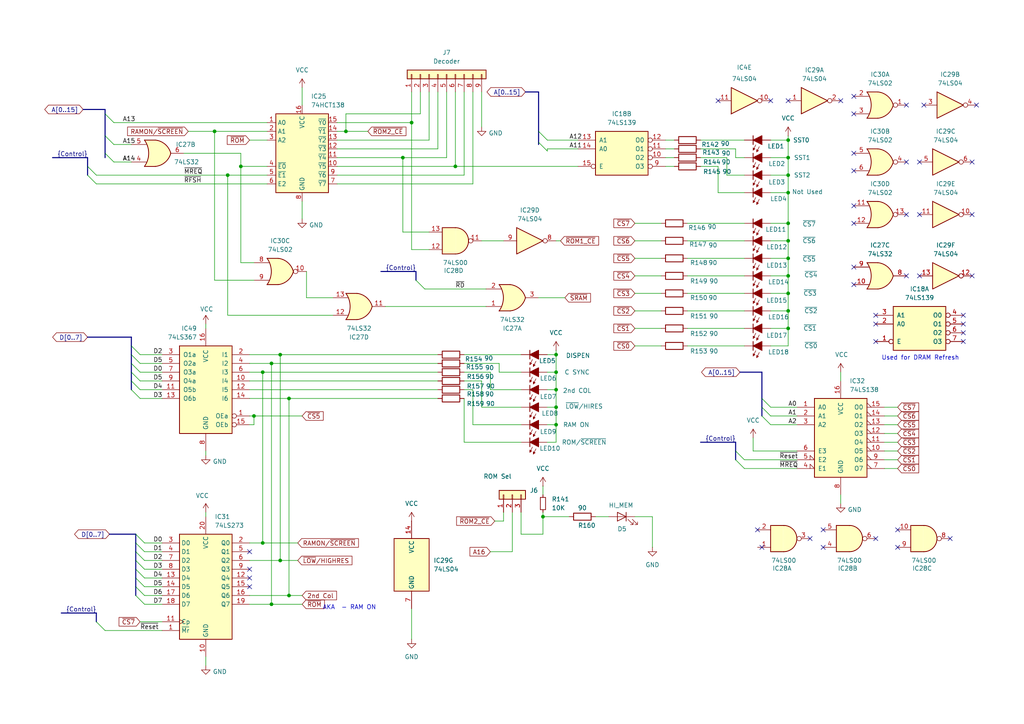
<source format=kicad_sch>
(kicad_sch (version 20231120) (generator "eeschema") (generator_version "8.0")
  (paper "A4")
  (lib_symbols
    (symbol "74xx:74HCT138"
      (property "Reference" "U" (at -7.62 13.97 0))
      (property "Value" "74HCT138" (at 2.54 -11.43 0))
      (symbol "74HCT138_1_1"
        (pin input line (at -10.16 10.16 0) (length 2.54) (name "A0") (number "1"))
        (pin output line (at 10.16 -2.54 180) (length 2.54) (name "~{Y5}") (number "10"))
        (pin output line (at 10.16 0 180) (length 2.54) (name "~{Y4}") (number "11"))
        (pin output line (at 10.16 2.54 180) (length 2.54) (name "~{Y3}") (number "12"))
        (pin output line (at 10.16 5.08 180) (length 2.54) (name "~{Y2}") (number "13"))
        (pin output line (at 10.16 7.62 180) (length 2.54) (name "~{Y1}") (number "14"))
        (pin output line (at 10.16 10.16 180) (length 2.54) (name "~{Y0}") (number "15"))
        (pin power_in line (at 0 15.24 270) (length 2.54) (name "VCC") (number "16"))
        (pin input line (at -10.16 7.62 0) (length 2.54) (name "A1") (number "2"))
        (pin input line (at -10.16 5.08 0) (length 2.54) (name "A2") (number "3"))
        (pin input line (at -10.16 -2.54 0) (length 2.54) (name "~{E0}") (number "4"))
        (pin input line (at -10.16 -5.08 0) (length 2.54) (name "~{E1}") (number "5"))
        (pin input line (at -10.16 -7.62 0) (length 2.54) (name "E2") (number "6"))
        (pin output line (at 10.16 -7.62 180) (length 2.54) (name "~{Y7}") (number "7"))
        (pin power_in line (at 0 -12.7 90) (length 2.54) (name "GND") (number "8"))
        (pin output line (at 10.16 -5.08 180) (length 2.54) (name "~{Y6}") (number "9"))
      )
    )
    (symbol "74xx:74LS00" (pin_names (offset 1.016))
      (property "Reference" "U" (at 0 1.27 0))
      (property "Value" "74LS00" (at 0 -1.27 0))
      (symbol "74LS00_1_1"
        (pin input line (at -7.62 2.54 0) (length 3.81) (name "~") (number "1"))
        (pin input line (at -7.62 -2.54 0) (length 3.81) (name "~") (number "2"))
        (pin output inverted (at 7.62 0 180) (length 3.81) (name "~") (number "3"))
      )
      (symbol "74LS00_1_2"
        (pin input inverted (at -7.62 2.54 0) (length 4.318) (name "~") (number "1"))
        (pin input inverted (at -7.62 -2.54 0) (length 4.318) (name "~") (number "2"))
        (pin output line (at 7.62 0 180) (length 3.81) (name "~") (number "3"))
      )
      (symbol "74LS00_2_1"
        (pin input line (at -7.62 2.54 0) (length 3.81) (name "~") (number "4"))
        (pin input line (at -7.62 -2.54 0) (length 3.81) (name "~") (number "5"))
        (pin output inverted (at 7.62 0 180) (length 3.81) (name "~") (number "6"))
      )
      (symbol "74LS00_2_2"
        (pin input inverted (at -7.62 2.54 0) (length 4.318) (name "~") (number "4"))
        (pin input inverted (at -7.62 -2.54 0) (length 4.318) (name "~") (number "5"))
        (pin output line (at 7.62 0 180) (length 3.81) (name "~") (number "6"))
      )
      (symbol "74LS00_3_1"
        (pin input line (at -7.62 -2.54 0) (length 3.81) (name "~") (number "10"))
        (pin output inverted (at 7.62 0 180) (length 3.81) (name "~") (number "8"))
        (pin input line (at -7.62 2.54 0) (length 3.81) (name "~") (number "9"))
      )
      (symbol "74LS00_3_2"
        (pin input inverted (at -7.62 -2.54 0) (length 4.318) (name "~") (number "10"))
        (pin output line (at 7.62 0 180) (length 3.81) (name "~") (number "8"))
        (pin input inverted (at -7.62 2.54 0) (length 4.318) (name "~") (number "9"))
      )
      (symbol "74LS00_4_1"
        (pin output inverted (at 7.62 0 180) (length 3.81) (name "~") (number "11"))
        (pin input line (at -7.62 2.54 0) (length 3.81) (name "~") (number "12"))
        (pin input line (at -7.62 -2.54 0) (length 3.81) (name "~") (number "13"))
      )
      (symbol "74LS00_4_2"
        (pin output line (at 7.62 0 180) (length 3.81) (name "~") (number "11"))
        (pin input inverted (at -7.62 2.54 0) (length 4.318) (name "~") (number "12"))
        (pin input inverted (at -7.62 -2.54 0) (length 4.318) (name "~") (number "13"))
      )
      (symbol "74LS00_5_0"
        (pin power_in line (at 0 12.7 270) (length 5.08) (name "VCC") (number "14"))
        (pin power_in line (at 0 -12.7 90) (length 5.08) (name "GND") (number "7"))
      )
    )
    (symbol "74xx:74LS02" (pin_names (offset 1.016))
      (property "Reference" "U" (at 0 1.27 0))
      (property "Value" "74LS02" (at 0 -1.27 0))
      (symbol "74LS02_1_1"
        (pin output inverted (at 7.62 0 180) (length 3.81) (name "~") (number "1"))
        (pin input line (at -7.62 2.54 0) (length 4.318) (name "~") (number "2"))
        (pin input line (at -7.62 -2.54 0) (length 4.318) (name "~") (number "3"))
      )
      (symbol "74LS02_1_2"
        (pin output line (at 7.62 0 180) (length 3.81) (name "~") (number "1"))
        (pin input inverted (at -7.62 2.54 0) (length 3.81) (name "~") (number "2"))
        (pin input inverted (at -7.62 -2.54 0) (length 3.81) (name "~") (number "3"))
      )
      (symbol "74LS02_2_1"
        (pin output inverted (at 7.62 0 180) (length 3.81) (name "~") (number "4"))
        (pin input line (at -7.62 2.54 0) (length 4.318) (name "~") (number "5"))
        (pin input line (at -7.62 -2.54 0) (length 4.318) (name "~") (number "6"))
      )
      (symbol "74LS02_2_2"
        (pin output line (at 7.62 0 180) (length 3.81) (name "~") (number "4"))
        (pin input inverted (at -7.62 2.54 0) (length 3.81) (name "~") (number "5"))
        (pin input inverted (at -7.62 -2.54 0) (length 3.81) (name "~") (number "6"))
      )
      (symbol "74LS02_3_1"
        (pin output inverted (at 7.62 0 180) (length 3.81) (name "~") (number "10"))
        (pin input line (at -7.62 2.54 0) (length 4.318) (name "~") (number "8"))
        (pin input line (at -7.62 -2.54 0) (length 4.318) (name "~") (number "9"))
      )
      (symbol "74LS02_3_2"
        (pin output line (at 7.62 0 180) (length 3.81) (name "~") (number "10"))
        (pin input inverted (at -7.62 2.54 0) (length 3.81) (name "~") (number "8"))
        (pin input inverted (at -7.62 -2.54 0) (length 3.81) (name "~") (number "9"))
      )
      (symbol "74LS02_4_1"
        (pin input line (at -7.62 2.54 0) (length 4.318) (name "~") (number "11"))
        (pin input line (at -7.62 -2.54 0) (length 4.318) (name "~") (number "12"))
        (pin output inverted (at 7.62 0 180) (length 3.81) (name "~") (number "13"))
      )
      (symbol "74LS02_4_2"
        (pin input inverted (at -7.62 2.54 0) (length 3.81) (name "~") (number "11"))
        (pin input inverted (at -7.62 -2.54 0) (length 3.81) (name "~") (number "12"))
        (pin output line (at 7.62 0 180) (length 3.81) (name "~") (number "13"))
      )
      (symbol "74LS02_5_0"
        (pin power_in line (at 0 12.7 270) (length 5.08) (name "VCC") (number "14"))
        (pin power_in line (at 0 -12.7 90) (length 5.08) (name "GND") (number "7"))
      )
    )
    (symbol "74xx:74LS04"
      (property "Reference" "U" (at 0 1.27 0))
      (property "Value" "74LS04" (at 0 -1.27 0))
      (symbol "74LS04_1_0"
        (pin input line (at -7.62 0 0) (length 3.81) (name "~") (number "1"))
        (pin output inverted (at 7.62 0 180) (length 3.81) (name "~") (number "2"))
      )
      (symbol "74LS04_2_0"
        (pin input line (at -7.62 0 0) (length 3.81) (name "~") (number "3"))
        (pin output inverted (at 7.62 0 180) (length 3.81) (name "~") (number "4"))
      )
      (symbol "74LS04_3_0"
        (pin input line (at -7.62 0 0) (length 3.81) (name "~") (number "5"))
        (pin output inverted (at 7.62 0 180) (length 3.81) (name "~") (number "6"))
      )
      (symbol "74LS04_4_0"
        (pin output inverted (at 7.62 0 180) (length 3.81) (name "~") (number "8"))
        (pin input line (at -7.62 0 0) (length 3.81) (name "~") (number "9"))
      )
      (symbol "74LS04_5_0"
        (pin output inverted (at 7.62 0 180) (length 3.81) (name "~") (number "10"))
        (pin input line (at -7.62 0 0) (length 3.81) (name "~") (number "11"))
      )
      (symbol "74LS04_6_0"
        (pin output inverted (at 7.62 0 180) (length 3.81) (name "~") (number "12"))
        (pin input line (at -7.62 0 0) (length 3.81) (name "~") (number "13"))
      )
      (symbol "74LS04_7_0"
        (pin power_in line (at 0 12.7 270) (length 5.08) (name "VCC") (number "14"))
        (pin power_in line (at 0 -12.7 90) (length 5.08) (name "GND") (number "7"))
      )
    )
    (symbol "74xx:74LS138" (pin_names (offset 1.016))
      (property "Reference" "U" (at -7.62 11.43 0))
      (property "Value" "74LS138" (at -7.62 -13.97 0))
      (symbol "74LS138_1_0"
        (pin input line (at -12.7 7.62 0) (length 5.08) (name "A0") (number "1"))
        (pin output output_low (at 12.7 -5.08 180) (length 5.08) (name "O5") (number "10"))
        (pin output output_low (at 12.7 -2.54 180) (length 5.08) (name "O4") (number "11"))
        (pin output output_low (at 12.7 0 180) (length 5.08) (name "O3") (number "12"))
        (pin output output_low (at 12.7 2.54 180) (length 5.08) (name "O2") (number "13"))
        (pin output output_low (at 12.7 5.08 180) (length 5.08) (name "O1") (number "14"))
        (pin output output_low (at 12.7 7.62 180) (length 5.08) (name "O0") (number "15"))
        (pin power_in line (at 0 15.24 270) (length 5.08) (name "VCC") (number "16"))
        (pin input line (at -12.7 5.08 0) (length 5.08) (name "A1") (number "2"))
        (pin input line (at -12.7 2.54 0) (length 5.08) (name "A2") (number "3"))
        (pin input input_low (at -12.7 -10.16 0) (length 5.08) (name "E1") (number "4"))
        (pin input input_low (at -12.7 -7.62 0) (length 5.08) (name "E2") (number "5"))
        (pin input line (at -12.7 -5.08 0) (length 5.08) (name "E3") (number "6"))
        (pin output output_low (at 12.7 -10.16 180) (length 5.08) (name "O7") (number "7"))
        (pin power_in line (at 0 -17.78 90) (length 5.08) (name "GND") (number "8"))
        (pin output output_low (at 12.7 -7.62 180) (length 5.08) (name "O6") (number "9"))
      )
    )
    (symbol "74xx:74LS139" (pin_names (offset 1.016))
      (property "Reference" "U" (at -7.62 8.89 0))
      (property "Value" "74LS139" (at -7.62 -8.89 0))
      (symbol "74LS139_1_0"
        (pin input inverted (at -12.7 -5.08 0) (length 5.08) (name "E") (number "1"))
        (pin input line (at -12.7 0 0) (length 5.08) (name "A0") (number "2"))
        (pin input line (at -12.7 2.54 0) (length 5.08) (name "A1") (number "3"))
        (pin output inverted (at 12.7 2.54 180) (length 5.08) (name "O0") (number "4"))
        (pin output inverted (at 12.7 0 180) (length 5.08) (name "O1") (number "5"))
        (pin output inverted (at 12.7 -2.54 180) (length 5.08) (name "O2") (number "6"))
        (pin output inverted (at 12.7 -5.08 180) (length 5.08) (name "O3") (number "7"))
      )
      (symbol "74LS139_2_0"
        (pin output inverted (at 12.7 -2.54 180) (length 5.08) (name "O2") (number "10"))
        (pin output inverted (at 12.7 0 180) (length 5.08) (name "O1") (number "11"))
        (pin output inverted (at 12.7 2.54 180) (length 5.08) (name "O0") (number "12"))
        (pin input line (at -12.7 2.54 0) (length 5.08) (name "A1") (number "13"))
        (pin input line (at -12.7 0 0) (length 5.08) (name "A0") (number "14"))
        (pin input inverted (at -12.7 -5.08 0) (length 5.08) (name "E") (number "15"))
        (pin output inverted (at 12.7 -5.08 180) (length 5.08) (name "O3") (number "9"))
      )
      (symbol "74LS139_3_0"
        (pin power_in line (at 0 12.7 270) (length 5.08) (name "VCC") (number "16"))
        (pin power_in line (at 0 -12.7 90) (length 5.08) (name "GND") (number "8"))
      )
    )
    (symbol "74xx:74LS273"
      (property "Reference" "U" (at -7.62 16.51 0))
      (property "Value" "74LS273" (at -7.62 -16.51 0))
      (symbol "74LS273_1_0"
        (pin input line (at -12.7 -12.7 0) (length 5.08) (name "~{Mr}") (number "1"))
        (pin power_in line (at 0 -20.32 90) (length 5.08) (name "GND") (number "10"))
        (pin input clock (at -12.7 -10.16 0) (length 5.08) (name "Cp") (number "11"))
        (pin output line (at 12.7 2.54 180) (length 5.08) (name "Q4") (number "12"))
        (pin input line (at -12.7 2.54 0) (length 5.08) (name "D4") (number "13"))
        (pin input line (at -12.7 0 0) (length 5.08) (name "D5") (number "14"))
        (pin output line (at 12.7 0 180) (length 5.08) (name "Q5") (number "15"))
        (pin output line (at 12.7 -2.54 180) (length 5.08) (name "Q6") (number "16"))
        (pin input line (at -12.7 -2.54 0) (length 5.08) (name "D6") (number "17"))
        (pin input line (at -12.7 -5.08 0) (length 5.08) (name "D7") (number "18"))
        (pin output line (at 12.7 -5.08 180) (length 5.08) (name "Q7") (number "19"))
        (pin output line (at 12.7 12.7 180) (length 5.08) (name "Q0") (number "2"))
        (pin power_in line (at 0 20.32 270) (length 5.08) (name "VCC") (number "20"))
        (pin input line (at -12.7 12.7 0) (length 5.08) (name "D0") (number "3"))
        (pin input line (at -12.7 10.16 0) (length 5.08) (name "D1") (number "4"))
        (pin output line (at 12.7 10.16 180) (length 5.08) (name "Q1") (number "5"))
        (pin output line (at 12.7 7.62 180) (length 5.08) (name "Q2") (number "6"))
        (pin input line (at -12.7 7.62 0) (length 5.08) (name "D2") (number "7"))
        (pin input line (at -12.7 5.08 0) (length 5.08) (name "D3") (number "8"))
        (pin output line (at 12.7 5.08 180) (length 5.08) (name "Q3") (number "9"))
      )
    )
    (symbol "74xx:74LS32" (pin_names (offset 1.016))
      (property "Reference" "U" (at 0 1.27 0))
      (property "Value" "74LS32" (at 0 -1.27 0))
      (symbol "74LS32_1_1"
        (pin input line (at -7.62 2.54 0) (length 4.318) (name "~") (number "1"))
        (pin input line (at -7.62 -2.54 0) (length 4.318) (name "~") (number "2"))
        (pin output line (at 7.62 0 180) (length 3.81) (name "~") (number "3"))
      )
      (symbol "74LS32_1_2"
        (pin input inverted (at -7.62 2.54 0) (length 3.81) (name "~") (number "1"))
        (pin input inverted (at -7.62 -2.54 0) (length 3.81) (name "~") (number "2"))
        (pin output inverted (at 7.62 0 180) (length 3.81) (name "~") (number "3"))
      )
      (symbol "74LS32_2_1"
        (pin input line (at -7.62 2.54 0) (length 4.318) (name "~") (number "4"))
        (pin input line (at -7.62 -2.54 0) (length 4.318) (name "~") (number "5"))
        (pin output line (at 7.62 0 180) (length 3.81) (name "~") (number "6"))
      )
      (symbol "74LS32_2_2"
        (pin input inverted (at -7.62 2.54 0) (length 3.81) (name "~") (number "4"))
        (pin input inverted (at -7.62 -2.54 0) (length 3.81) (name "~") (number "5"))
        (pin output inverted (at 7.62 0 180) (length 3.81) (name "~") (number "6"))
      )
      (symbol "74LS32_3_1"
        (pin input line (at -7.62 -2.54 0) (length 4.318) (name "~") (number "10"))
        (pin output line (at 7.62 0 180) (length 3.81) (name "~") (number "8"))
        (pin input line (at -7.62 2.54 0) (length 4.318) (name "~") (number "9"))
      )
      (symbol "74LS32_3_2"
        (pin input inverted (at -7.62 -2.54 0) (length 3.81) (name "~") (number "10"))
        (pin output inverted (at 7.62 0 180) (length 3.81) (name "~") (number "8"))
        (pin input inverted (at -7.62 2.54 0) (length 3.81) (name "~") (number "9"))
      )
      (symbol "74LS32_4_1"
        (pin output line (at 7.62 0 180) (length 3.81) (name "~") (number "11"))
        (pin input line (at -7.62 2.54 0) (length 4.318) (name "~") (number "12"))
        (pin input line (at -7.62 -2.54 0) (length 4.318) (name "~") (number "13"))
      )
      (symbol "74LS32_4_2"
        (pin output inverted (at 7.62 0 180) (length 3.81) (name "~") (number "11"))
        (pin input inverted (at -7.62 2.54 0) (length 3.81) (name "~") (number "12"))
        (pin input inverted (at -7.62 -2.54 0) (length 3.81) (name "~") (number "13"))
      )
      (symbol "74LS32_5_0"
        (pin power_in line (at 0 12.7 270) (length 5.08) (name "VCC") (number "14"))
        (pin power_in line (at 0 -12.7 90) (length 5.08) (name "GND") (number "7"))
      )
    )
    (symbol "74xx:74LS367" (pin_names (offset 1.016))
      (property "Reference" "U" (at -7.62 13.97 0))
      (property "Value" "74LS367" (at -7.62 -13.97 0))
      (symbol "74LS367_1_0"
        (pin input inverted (at -12.7 -7.62 0) (length 5.08) (name "OEa") (number "1"))
        (pin input line (at -12.7 2.54 0) (length 5.08) (name "I4") (number "10"))
        (pin tri_state line (at 12.7 0 180) (length 5.08) (name "O5b") (number "11"))
        (pin input line (at -12.7 0 0) (length 5.08) (name "I5") (number "12"))
        (pin tri_state line (at 12.7 -2.54 180) (length 5.08) (name "O6b") (number "13"))
        (pin input line (at -12.7 -2.54 0) (length 5.08) (name "I6") (number "14"))
        (pin input inverted (at -12.7 -10.16 0) (length 5.08) (name "OEb") (number "15"))
        (pin power_in line (at 0 17.78 270) (length 5.08) (name "VCC") (number "16"))
        (pin input line (at -12.7 10.16 0) (length 5.08) (name "I1") (number "2"))
        (pin tri_state line (at 12.7 10.16 180) (length 5.08) (name "O1a") (number "3"))
        (pin input line (at -12.7 7.62 0) (length 5.08) (name "I2") (number "4"))
        (pin tri_state line (at 12.7 7.62 180) (length 5.08) (name "O2a") (number "5"))
        (pin input line (at -12.7 5.08 0) (length 5.08) (name "I3") (number "6"))
        (pin tri_state line (at 12.7 5.08 180) (length 5.08) (name "O3a") (number "7"))
        (pin power_in line (at 0 -17.78 90) (length 5.08) (name "GND") (number "8"))
        (pin tri_state line (at 12.7 2.54 180) (length 5.08) (name "O4a") (number "9"))
      )
    )
    (symbol "Connector_Generic:Conn_01x03" (pin_names (offset 1.016) hide)
      (property "Reference" "J" (at 0 5.08 0))
      (property "Value" "Conn_01x03" (at 0 -5.08 0))
      (symbol "Conn_01x03_1_1"
        (pin passive line (at -5.08 2.54 0) (length 3.81) (name "Pin_1") (number "1"))
        (pin passive line (at -5.08 0 0) (length 3.81) (name "Pin_2") (number "2"))
        (pin passive line (at -5.08 -2.54 0) (length 3.81) (name "Pin_3") (number "3"))
      )
    )
    (symbol "Connector_Generic:Conn_01x09" (pin_names (offset 1.016) hide)
      (property "Reference" "J" (at 0 12.7 0))
      (property "Value" "Conn_01x09" (at 0 -12.7 0))
      (symbol "Conn_01x09_1_1"
        (pin passive line (at -5.08 10.16 0) (length 3.81) (name "Pin_1") (number "1"))
        (pin passive line (at -5.08 7.62 0) (length 3.81) (name "Pin_2") (number "2"))
        (pin passive line (at -5.08 5.08 0) (length 3.81) (name "Pin_3") (number "3"))
        (pin passive line (at -5.08 2.54 0) (length 3.81) (name "Pin_4") (number "4"))
        (pin passive line (at -5.08 0 0) (length 3.81) (name "Pin_5") (number "5"))
        (pin passive line (at -5.08 -2.54 0) (length 3.81) (name "Pin_6") (number "6"))
        (pin passive line (at -5.08 -5.08 0) (length 3.81) (name "Pin_7") (number "7"))
        (pin passive line (at -5.08 -7.62 0) (length 3.81) (name "Pin_8") (number "8"))
        (pin passive line (at -5.08 -10.16 0) (length 3.81) (name "Pin_9") (number "9"))
      )
    )
    (symbol "Device:R" (pin_numbers hide) (pin_names (offset 0))
      (property "Reference" "R" (at 2.032 0 90))
      (property "Value" "R" (at 0 0 90))
      (symbol "R_1_1"
        (pin passive line (at 0 3.81 270) (length 1.27) (name "~") (number "1"))
        (pin passive line (at 0 -3.81 90) (length 1.27) (name "~") (number "2"))
      )
    )
    (symbol "Device:R_Small" (pin_numbers hide) (pin_names (offset 0.254) hide)
      (property "Reference" "R" (at 0.762 0.508 0))
      (property "Value" "R_Small" (at 0.762 -1.016 0))
      (symbol "R_Small_1_1"
        (pin passive line (at 0 2.54 270) (length 0.762) (name "~") (number "1"))
        (pin passive line (at 0 -2.54 90) (length 0.762) (name "~") (number "2"))
      )
    )
    (symbol "GND_1" (power) (pin_numbers hide) (pin_names (offset 0) hide)
      (property "Value" "GND" (at 0 -3.81 0))
      (symbol "GND_1_1_1"
        (pin power_in line (at 0 0 270) (length 0) (name "~") (number "1"))
      )
    )
    (symbol "PCM_LED_AKL:LED_3mm" (pin_numbers hide) (pin_names (offset 1.016) hide)
      (property "Reference" "LED" (at 0 7.62 0))
      (property "Value" "LED_3mm" (at 0 5.08 0))
      (symbol "LED_3mm_1_1"
        (pin passive line (at 3.81 0 180) (length 2.54) (name "K") (number "1"))
        (pin passive line (at -3.81 0 0) (length 2.54) (name "A") (number "2"))
      )
      (symbol "LED_3mm_1_2"
        (pin passive line (at 2.54 2.54 180) (length 0) (name "K") (number "1"))
        (pin passive line (at -2.54 -2.54 0) (length 0) (name "A") (number "2"))
      )
    )
    (symbol "VCC_1" (power) (pin_numbers hide) (pin_names (offset 0) hide)
      (property "Value" "VCC" (at 0 3.556 0))
      (symbol "VCC_1_1_1"
        (pin power_in line (at 0 0 90) (length 0) (name "~") (number "1"))
      )
    )
    (symbol "VCC_2" (power) (pin_numbers hide) (pin_names (offset 0) hide)
      (property "Value" "VCC" (at 0 3.556 0))
      (symbol "VCC_2_1_1"
        (pin power_in line (at 0 0 90) (length 0) (name "~") (number "1"))
      )
    )
    (symbol "artemisa:LED" (pin_numbers hide) (pin_names (offset 1.016) hide)
      (property "Reference" "D" (at 0 2.54 0))
      (property "Value" "LED" (at 0 -2.54 0))
      (symbol "LED_1_1"
        (pin passive line (at -3.81 0 0) (length 2.54) (name "A") (number "1"))
        (pin passive line (at 3.81 0 180) (length 2.54) (name "K") (number "2"))
      )
    )
    (symbol "artemisa:R" (pin_numbers hide) (pin_names (offset 1.016))
      (property "Reference" "R" (at 0 -2.54 0))
      (property "Value" "R" (at 0 0 0))
      (symbol "R_1_1"
        (pin passive line (at -3.81 0 0) (length 1.27) (name "~") (number "1"))
        (pin passive line (at 3.81 0 180) (length 1.27) (name "~") (number "2"))
      )
    )
    (symbol "power:GND" (power) (pin_names (offset 0))
      (property "Value" "GND" (at 0 -3.81 0))
      (symbol "GND_1_1"
        (pin power_in line (at 0 0 270) (length 0) hide (name "GND") (number "1"))
      )
    )
    (symbol "power:VCC" (power) (pin_names (offset 0))
      (property "Value" "VCC" (at 0 3.81 0))
      (symbol "VCC_1_1"
        (pin power_in line (at 0 0 90) (length 0) hide (name "VCC") (number "1"))
      )
    )
  )
  (junction (at 83.82 172.72))
  (junction (at 132.08 48.26))
  (junction (at 228.6 50.8))
  (junction (at 69.85 48.26))
  (junction (at 157.48 149.86))
  (junction (at 161.29 118.11))
  (junction (at 228.6 55.88))
  (junction (at 228.6 64.77))
  (junction (at 161.29 107.95))
  (junction (at 161.29 102.87))
  (junction (at 81.28 162.56))
  (junction (at 100.33 38.1))
  (junction (at 76.2 107.95))
  (junction (at 83.82 115.57))
  (junction (at 62.23 38.1))
  (junction (at 66.04 50.8))
  (junction (at 228.6 85.09))
  (junction (at 228.6 74.93))
  (junction (at 161.29 113.03))
  (junction (at 78.74 105.41))
  (junction (at 116.84 45.72))
  (junction (at 228.6 80.01))
  (junction (at 81.28 102.87))
  (junction (at 161.29 123.19))
  (junction (at 228.6 40.64))
  (junction (at 228.6 90.17))
  (junction (at 228.6 45.72))
  (junction (at 228.6 95.25))
  (junction (at 228.6 69.85))
  (junction (at 73.66 120.65))
  (junction (at 119.38 35.56))
  (junction (at 76.2 157.48))
  (junction (at 78.74 175.26))
  (no_connect (at 243.84 29.21))
  (no_connect (at 247.65 82.55))
  (no_connect (at 262.89 30.48))
  (no_connect (at 262.89 80.01))
  (no_connect (at 262.89 62.23))
  (no_connect (at 281.94 80.01))
  (no_connect (at 228.6 29.21))
  (no_connect (at 247.65 59.69))
  (no_connect (at 220.98 158.75))
  (no_connect (at 283.21 30.48))
  (no_connect (at 247.65 33.02))
  (no_connect (at 72.39 170.18))
  (no_connect (at 247.65 44.45))
  (no_connect (at 254 91.44))
  (no_connect (at 281.94 62.23))
  (no_connect (at 275.59 156.21))
  (no_connect (at 247.65 27.94))
  (no_connect (at 247.65 77.47))
  (no_connect (at 267.97 30.48))
  (no_connect (at 266.7 80.01))
  (no_connect (at 266.7 62.23))
  (no_connect (at 72.39 167.64))
  (no_connect (at 281.94 46.99))
  (no_connect (at 223.52 29.21))
  (no_connect (at 247.65 49.53))
  (no_connect (at 238.76 153.67))
  (no_connect (at 238.76 158.75))
  (no_connect (at 262.89 46.99))
  (no_connect (at 260.35 158.75))
  (no_connect (at 279.4 99.06))
  (no_connect (at 254 93.98))
  (no_connect (at 72.39 160.02))
  (no_connect (at 254 156.21))
  (no_connect (at 219.71 153.67))
  (no_connect (at 279.4 96.52))
  (no_connect (at 72.39 165.1))
  (no_connect (at 254 99.06))
  (no_connect (at 208.28 29.21))
  (no_connect (at 234.95 156.21))
  (no_connect (at 260.35 153.67))
  (no_connect (at 279.4 91.44))
  (no_connect (at 247.65 64.77))
  (no_connect (at 266.7 46.99))
  (no_connect (at 279.4 93.98))
  (bus_entry (at 39.37 170.18) (size 2.54 2.54))
  (bus_entry (at 39.37 165.1) (size 2.54 2.54))
  (bus_entry (at 30.48 39.37) (size 2.54 2.54))
  (bus_entry (at 39.37 172.72) (size 2.54 2.54))
  (bus_entry (at 220.98 118.11) (size 2.54 2.54))
  (bus_entry (at 39.37 162.56) (size 2.54 2.54))
  (bus_entry (at 25.4 50.8) (size 2.54 2.54))
  (bus_entry (at 30.48 33.02) (size 2.54 2.54))
  (bus_entry (at 38.1 105.41) (size 2.54 2.54))
  (bus_entry (at 30.48 44.45) (size 2.54 2.54))
  (bus_entry (at 39.37 154.94) (size 2.54 2.54))
  (bus_entry (at 27.94 180.34) (size 2.54 2.54))
  (bus_entry (at 39.37 167.64) (size 2.54 2.54))
  (bus_entry (at 38.1 102.87) (size 2.54 2.54))
  (bus_entry (at 156.21 41.275) (size 2.54 2.54))
  (bus_entry (at 39.37 157.48) (size 2.54 2.54))
  (bus_entry (at 156.21 38.1) (size 2.54 2.54))
  (bus_entry (at 213.36 133.35) (size 2.54 2.54))
  (bus_entry (at 220.98 120.65) (size 2.54 2.54))
  (bus_entry (at 213.36 130.81) (size 2.54 2.54))
  (bus_entry (at 38.1 100.33) (size 2.54 2.54))
  (bus_entry (at 25.4 48.26) (size 2.54 2.54))
  (bus_entry (at 38.1 107.95) (size 2.54 2.54))
  (bus_entry (at 220.98 115.57) (size 2.54 2.54))
  (bus_entry (at 38.1 110.49) (size 2.54 2.54))
  (bus_entry (at 39.37 160.02) (size 2.54 2.54))
  (bus_entry (at 38.1 113.03) (size 2.54 2.54))
  (bus_entry (at 120.65 81.28) (size 2.54 2.54))
  (wire (pts (xy 256.54 130.81) (xy 260.35 130.81)))
  (wire (pts (xy 199.39 80.01) (xy 215.9 80.01)))
  (wire (pts (xy 72.39 172.72) (xy 83.82 172.72)))
  (bus (pts (xy 213.36 130.81) (xy 213.36 133.35)))
  (wire (pts (xy 97.79 45.72) (xy 116.84 45.72)))
  (wire (pts (xy 193.04 40.64) (xy 195.58 40.64)))
  (bus (pts (xy 25.4 48.26) (xy 25.4 50.8)))
  (wire (pts (xy 157.48 140.97) (xy 157.48 143.51)))
  (wire (pts (xy 184.15 90.17) (xy 191.77 90.17)))
  (wire (pts (xy 203.2 48.26) (xy 208.28 48.26)))
  (wire (pts (xy 111.76 88.9) (xy 140.97 88.9)))
  (wire (pts (xy 72.39 40.64) (xy 77.47 40.64)))
  (wire (pts (xy 158.75 113.03) (xy 161.29 113.03)))
  (wire (pts (xy 158.75 43.815) (xy 158.75 43.18)))
  (wire (pts (xy 223.52 120.65) (xy 231.14 120.65)))
  (wire (pts (xy 97.79 53.34) (xy 137.16 53.34)))
  (wire (pts (xy 53.34 44.45) (xy 69.85 44.45)))
  (wire (pts (xy 62.23 38.1) (xy 62.23 81.28)))
  (wire (pts (xy 210.82 50.8) (xy 215.9 50.8)))
  (bus (pts (xy 156.21 41.275) (xy 156.21 41.91)))
  (wire (pts (xy 78.74 105.41) (xy 78.74 175.26)))
  (bus (pts (xy 27.94 177.8) (xy 27.94 180.34)))
  (bus (pts (xy 25.4 97.79) (xy 38.1 97.79)))
  (wire (pts (xy 132.08 26.67) (xy 132.08 48.26)))
  (wire (pts (xy 199.39 85.09) (xy 215.9 85.09)))
  (bus (pts (xy 39.37 160.02) (xy 39.37 157.48)))
  (wire (pts (xy 88.9 78.74) (xy 88.9 86.36)))
  (wire (pts (xy 228.6 100.33) (xy 228.6 95.25)))
  (wire (pts (xy 139.7 26.67) (xy 139.7 36.83)))
  (wire (pts (xy 72.39 113.03) (xy 127 113.03)))
  (wire (pts (xy 72.39 157.48) (xy 76.2 157.48)))
  (bus (pts (xy 39.37 165.1) (xy 39.37 162.56)))
  (wire (pts (xy 72.39 162.56) (xy 81.28 162.56)))
  (wire (pts (xy 40.64 110.49) (xy 46.99 110.49)))
  (wire (pts (xy 66.04 50.8) (xy 77.47 50.8)))
  (wire (pts (xy 69.85 76.2) (xy 69.85 48.26)))
  (wire (pts (xy 218.44 130.81) (xy 218.44 127)))
  (bus (pts (xy 38.1 102.87) (xy 38.1 100.33)))
  (wire (pts (xy 72.39 105.41) (xy 78.74 105.41)))
  (bus (pts (xy 120.65 78.74) (xy 120.65 81.28)))
  (wire (pts (xy 223.52 100.33) (xy 228.6 100.33)))
  (wire (pts (xy 83.82 172.72) (xy 87.63 172.72)))
  (bus (pts (xy 38.1 105.41) (xy 38.1 102.87)))
  (wire (pts (xy 134.62 50.8) (xy 134.62 26.67)))
  (wire (pts (xy 193.04 43.18) (xy 195.58 43.18)))
  (wire (pts (xy 62.23 81.28) (xy 73.66 81.28)))
  (wire (pts (xy 27.94 53.34) (xy 77.47 53.34)))
  (wire (pts (xy 223.52 118.11) (xy 231.14 118.11)))
  (wire (pts (xy 193.04 48.26) (xy 195.58 48.26)))
  (wire (pts (xy 228.6 55.88) (xy 228.6 64.77)))
  (wire (pts (xy 83.82 115.57) (xy 83.82 172.72)))
  (wire (pts (xy 142.24 160.02) (xy 148.59 160.02)))
  (wire (pts (xy 41.91 165.1) (xy 46.99 165.1)))
  (wire (pts (xy 161.29 69.85) (xy 162.56 69.85)))
  (wire (pts (xy 158.75 43.18) (xy 167.64 43.18)))
  (wire (pts (xy 184.15 85.09) (xy 191.77 85.09)))
  (wire (pts (xy 223.52 40.64) (xy 228.6 40.64)))
  (wire (pts (xy 256.54 133.35) (xy 260.35 133.35)))
  (wire (pts (xy 151.13 154.94) (xy 157.48 154.94)))
  (wire (pts (xy 134.62 113.03) (xy 137.16 113.03)))
  (wire (pts (xy 223.52 95.25) (xy 228.6 95.25)))
  (wire (pts (xy 121.92 26.67) (xy 121.92 33.02)))
  (wire (pts (xy 223.52 123.19) (xy 231.14 123.19)))
  (wire (pts (xy 144.78 105.41) (xy 144.78 107.95)))
  (wire (pts (xy 100.33 33.02) (xy 100.33 38.1)))
  (wire (pts (xy 228.6 95.25) (xy 228.6 90.17)))
  (wire (pts (xy 215.9 133.35) (xy 231.14 133.35)))
  (wire (pts (xy 27.94 50.8) (xy 66.04 50.8)))
  (wire (pts (xy 139.7 110.49) (xy 139.7 118.11)))
  (wire (pts (xy 256.54 118.11) (xy 260.35 118.11)))
  (wire (pts (xy 97.79 43.18) (xy 127 43.18)))
  (wire (pts (xy 81.28 162.56) (xy 86.36 162.56)))
  (wire (pts (xy 161.29 118.11) (xy 161.29 113.03)))
  (wire (pts (xy 189.23 149.86) (xy 189.23 158.75)))
  (wire (pts (xy 199.39 64.77) (xy 215.9 64.77)))
  (wire (pts (xy 72.39 102.87) (xy 81.28 102.87)))
  (wire (pts (xy 59.69 95.25) (xy 59.69 93.98)))
  (wire (pts (xy 256.54 125.73) (xy 260.35 125.73)))
  (wire (pts (xy 208.28 55.88) (xy 215.9 55.88)))
  (bus (pts (xy 214.63 107.95) (xy 220.98 107.95)))
  (wire (pts (xy 116.84 67.31) (xy 124.46 67.31)))
  (wire (pts (xy 158.75 118.11) (xy 161.29 118.11)))
  (bus (pts (xy 31.75 154.94) (xy 39.37 154.94)))
  (wire (pts (xy 199.39 69.85) (xy 215.9 69.85)))
  (wire (pts (xy 73.66 76.2) (xy 69.85 76.2)))
  (wire (pts (xy 158.75 102.87) (xy 161.29 102.87)))
  (wire (pts (xy 97.79 35.56) (xy 119.38 35.56)))
  (wire (pts (xy 40.64 105.41) (xy 46.99 105.41)))
  (bus (pts (xy 30.48 44.45) (xy 30.48 45.72)))
  (wire (pts (xy 134.62 102.87) (xy 151.13 102.87)))
  (wire (pts (xy 139.7 118.11) (xy 151.13 118.11)))
  (wire (pts (xy 213.36 45.72) (xy 215.9 45.72)))
  (wire (pts (xy 228.6 90.17) (xy 228.6 85.09)))
  (wire (pts (xy 228.6 69.85) (xy 228.6 64.77)))
  (wire (pts (xy 41.91 160.02) (xy 46.99 160.02)))
  (wire (pts (xy 184.15 95.25) (xy 191.77 95.25)))
  (bus (pts (xy 38.1 107.95) (xy 38.1 105.41)))
  (wire (pts (xy 172.72 149.86) (xy 176.53 149.86)))
  (bus (pts (xy 25.4 45.72) (xy 25.4 48.26)))
  (bus (pts (xy 39.37 170.18) (xy 39.37 167.64)))
  (wire (pts (xy 228.6 45.72) (xy 228.6 40.64)))
  (bus (pts (xy 220.98 118.11) (xy 220.98 120.65)))
  (wire (pts (xy 208.28 48.26) (xy 208.28 55.88)))
  (wire (pts (xy 134.62 110.49) (xy 139.7 110.49)))
  (wire (pts (xy 87.63 25.4) (xy 87.63 30.48)))
  (wire (pts (xy 137.16 113.03) (xy 137.16 123.19)))
  (wire (pts (xy 119.38 35.56) (xy 119.38 72.39)))
  (wire (pts (xy 132.08 48.26) (xy 167.64 48.26)))
  (wire (pts (xy 96.52 91.44) (xy 66.04 91.44)))
  (bus (pts (xy 25.4 45.72) (xy 15.24 45.72)))
  (wire (pts (xy 41.91 175.26) (xy 46.99 175.26)))
  (wire (pts (xy 66.04 91.44) (xy 66.04 50.8)))
  (bus (pts (xy 220.98 115.57) (xy 220.98 118.11)))
  (wire (pts (xy 41.91 170.18) (xy 46.99 170.18)))
  (bus (pts (xy 156.21 38.1) (xy 156.21 41.275)))
  (wire (pts (xy 184.15 80.01) (xy 191.77 80.01)))
  (wire (pts (xy 143.51 151.13) (xy 146.05 151.13)))
  (wire (pts (xy 203.2 43.18) (xy 213.36 43.18)))
  (wire (pts (xy 33.02 41.91) (xy 38.1 41.91)))
  (wire (pts (xy 40.64 180.34) (xy 46.99 180.34)))
  (wire (pts (xy 119.38 26.67) (xy 119.38 35.56)))
  (wire (pts (xy 41.91 157.48) (xy 46.99 157.48)))
  (bus (pts (xy 156.21 26.67) (xy 156.21 38.1)))
  (wire (pts (xy 83.82 115.57) (xy 127 115.57)))
  (bus (pts (xy 39.37 162.56) (xy 39.37 160.02)))
  (wire (pts (xy 256.54 123.19) (xy 260.35 123.19)))
  (bus (pts (xy 30.48 31.75) (xy 30.48 33.02)))
  (wire (pts (xy 59.69 148.59) (xy 59.69 149.86)))
  (bus (pts (xy 213.36 128.27) (xy 213.36 130.81)))
  (wire (pts (xy 72.39 107.95) (xy 76.2 107.95)))
  (bus (pts (xy 38.1 113.03) (xy 38.1 110.49)))
  (wire (pts (xy 161.29 107.95) (xy 161.29 102.87)))
  (wire (pts (xy 184.15 149.86) (xy 189.23 149.86)))
  (wire (pts (xy 137.16 53.34) (xy 137.16 26.67)))
  (wire (pts (xy 223.52 74.93) (xy 228.6 74.93)))
  (wire (pts (xy 69.85 44.45) (xy 69.85 48.26)))
  (wire (pts (xy 134.62 107.95) (xy 142.24 107.95)))
  (wire (pts (xy 59.69 190.5) (xy 59.69 193.04)))
  (wire (pts (xy 142.24 113.03) (xy 151.13 113.03)))
  (wire (pts (xy 193.04 45.72) (xy 195.58 45.72)))
  (bus (pts (xy 30.48 33.02) (xy 30.48 39.37)))
  (wire (pts (xy 199.39 100.33) (xy 215.9 100.33)))
  (wire (pts (xy 119.38 176.53) (xy 119.38 185.42)))
  (wire (pts (xy 72.39 175.26) (xy 78.74 175.26)))
  (wire (pts (xy 69.85 48.26) (xy 77.47 48.26)))
  (wire (pts (xy 199.39 74.93) (xy 215.9 74.93)))
  (bus (pts (xy 24.13 31.75) (xy 30.48 31.75)))
  (wire (pts (xy 199.39 90.17) (xy 215.9 90.17)))
  (wire (pts (xy 59.69 130.81) (xy 59.69 132.08)))
  (wire (pts (xy 41.91 172.72) (xy 46.99 172.72)))
  (wire (pts (xy 78.74 105.41) (xy 127 105.41)))
  (wire (pts (xy 228.6 85.09) (xy 228.6 80.01)))
  (wire (pts (xy 199.39 95.25) (xy 215.9 95.25)))
  (wire (pts (xy 139.7 69.85) (xy 146.05 69.85)))
  (wire (pts (xy 121.92 33.02) (xy 100.33 33.02)))
  (bus (pts (xy 220.98 107.95) (xy 220.98 115.57)))
  (wire (pts (xy 73.66 120.65) (xy 87.63 120.65)))
  (wire (pts (xy 40.64 113.03) (xy 46.99 113.03)))
  (wire (pts (xy 81.28 102.87) (xy 127 102.87)))
  (bus (pts (xy 39.37 157.48) (xy 39.37 154.94)))
  (wire (pts (xy 41.91 162.56) (xy 46.99 162.56)))
  (wire (pts (xy 203.2 40.64) (xy 215.9 40.64)))
  (wire (pts (xy 243.84 110.49) (xy 243.84 107.95)))
  (wire (pts (xy 97.79 50.8) (xy 134.62 50.8)))
  (wire (pts (xy 62.23 38.1) (xy 77.47 38.1)))
  (wire (pts (xy 76.2 157.48) (xy 86.36 157.48)))
  (wire (pts (xy 81.28 102.87) (xy 81.28 162.56)))
  (wire (pts (xy 184.15 74.93) (xy 191.77 74.93)))
  (wire (pts (xy 134.62 128.27) (xy 151.13 128.27)))
  (wire (pts (xy 127 43.18) (xy 127 26.67)))
  (wire (pts (xy 157.48 154.94) (xy 157.48 149.86)))
  (wire (pts (xy 223.52 64.77) (xy 228.6 64.77)))
  (wire (pts (xy 243.84 143.51) (xy 243.84 146.05)))
  (wire (pts (xy 40.64 102.87) (xy 46.99 102.87)))
  (wire (pts (xy 119.38 72.39) (xy 124.46 72.39)))
  (bus (pts (xy 120.65 78.74) (xy 110.49 78.74)))
  (wire (pts (xy 129.54 45.72) (xy 116.84 45.72)))
  (wire (pts (xy 223.52 80.01) (xy 228.6 80.01)))
  (wire (pts (xy 228.6 74.93) (xy 228.6 69.85)))
  (wire (pts (xy 223.52 85.09) (xy 228.6 85.09)))
  (wire (pts (xy 161.29 123.19) (xy 161.29 118.11)))
  (wire (pts (xy 134.62 115.57) (xy 134.62 128.27)))
  (wire (pts (xy 158.75 40.64) (xy 167.64 40.64)))
  (wire (pts (xy 184.15 100.33) (xy 191.77 100.33)))
  (wire (pts (xy 223.52 90.17) (xy 228.6 90.17)))
  (wire (pts (xy 137.16 123.19) (xy 151.13 123.19)))
  (wire (pts (xy 97.79 40.64) (xy 124.46 40.64)))
  (wire (pts (xy 33.02 46.99) (xy 38.1 46.99)))
  (wire (pts (xy 144.78 107.95) (xy 151.13 107.95)))
  (wire (pts (xy 161.29 113.03) (xy 161.29 107.95)))
  (wire (pts (xy 223.52 50.8) (xy 228.6 50.8)))
  (wire (pts (xy 223.52 45.72) (xy 228.6 45.72)))
  (wire (pts (xy 100.33 38.1) (xy 106.68 38.1)))
  (wire (pts (xy 210.82 45.72) (xy 210.82 50.8)))
  (wire (pts (xy 184.15 69.85) (xy 191.77 69.85)))
  (wire (pts (xy 76.2 107.95) (xy 76.2 157.48)))
  (wire (pts (xy 256.54 120.65) (xy 260.35 120.65)))
  (wire (pts (xy 72.39 123.19) (xy 73.66 123.19)))
  (wire (pts (xy 223.52 55.88) (xy 228.6 55.88)))
  (wire (pts (xy 157.48 149.86) (xy 165.1 149.86)))
  (wire (pts (xy 213.36 43.18) (xy 213.36 45.72)))
  (wire (pts (xy 203.2 45.72) (xy 210.82 45.72)))
  (wire (pts (xy 156.21 86.36) (xy 163.83 86.36)))
  (wire (pts (xy 40.64 107.95) (xy 46.99 107.95)))
  (wire (pts (xy 256.54 135.89) (xy 260.35 135.89)))
  (bus (pts (xy 213.36 128.27) (xy 203.2 128.27)))
  (wire (pts (xy 30.48 182.88) (xy 46.99 182.88)))
  (wire (pts (xy 72.39 120.65) (xy 73.66 120.65)))
  (wire (pts (xy 134.62 105.41) (xy 144.78 105.41)))
  (wire (pts (xy 158.75 107.95) (xy 161.29 107.95)))
  (wire (pts (xy 41.91 167.64) (xy 46.99 167.64)))
  (wire (pts (xy 88.9 86.36) (xy 96.52 86.36)))
  (wire (pts (xy 256.54 128.27) (xy 260.35 128.27)))
  (wire (pts (xy 124.46 40.64) (xy 124.46 26.67)))
  (wire (pts (xy 184.15 64.77) (xy 191.77 64.77)))
  (wire (pts (xy 142.24 107.95) (xy 142.24 113.03)))
  (wire (pts (xy 215.9 135.89) (xy 231.14 135.89)))
  (wire (pts (xy 151.13 148.59) (xy 151.13 154.94)))
  (wire (pts (xy 87.63 58.42) (xy 87.63 63.5)))
  (wire (pts (xy 40.64 115.57) (xy 46.99 115.57)))
  (wire (pts (xy 161.29 128.27) (xy 161.29 123.19)))
  (wire (pts (xy 97.79 48.26) (xy 132.08 48.26)))
  (wire (pts (xy 76.2 107.95) (xy 127 107.95)))
  (wire (pts (xy 33.02 35.56) (xy 77.47 35.56)))
  (bus (pts (xy 152.4 26.67) (xy 156.21 26.67)))
  (wire (pts (xy 146.05 151.13) (xy 146.05 148.59)))
  (wire (pts (xy 97.79 38.1) (xy 100.33 38.1)))
  (wire (pts (xy 228.6 50.8) (xy 228.6 45.72)))
  (bus (pts (xy 38.1 100.33) (xy 38.1 97.79)))
  (wire (pts (xy 158.75 123.19) (xy 161.29 123.19)))
  (bus (pts (xy 30.48 39.37) (xy 30.48 44.45)))
  (wire (pts (xy 129.54 26.67) (xy 129.54 45.72)))
  (wire (pts (xy 116.84 45.72) (xy 116.84 67.31)))
  (wire (pts (xy 157.48 148.59) (xy 157.48 149.86)))
  (wire (pts (xy 158.75 128.27) (xy 161.29 128.27)))
  (wire (pts (xy 72.39 110.49) (xy 127 110.49)))
  (bus (pts (xy 38.1 110.49) (xy 38.1 107.95)))
  (bus (pts (xy 27.94 177.8) (xy 17.78 177.8)))
  (wire (pts (xy 228.6 55.88) (xy 228.6 50.8)))
  (wire (pts (xy 223.52 69.85) (xy 228.6 69.85)))
  (wire (pts (xy 148.59 160.02) (xy 148.59 148.59)))
  (bus (pts (xy 39.37 167.64) (xy 39.37 165.1)))
  (wire (pts (xy 73.66 123.19) (xy 73.66 120.65)))
  (wire (pts (xy 123.19 83.82) (xy 140.97 83.82)))
  (wire (pts (xy 228.6 40.64) (xy 228.6 39.37)))
  (bus (pts (xy 39.37 172.72) (xy 39.37 170.18)))
  (wire (pts (xy 228.6 80.01) (xy 228.6 74.93)))
  (wire (pts (xy 161.29 102.87) (xy 161.29 101.6)))
  (wire (pts (xy 72.39 115.57) (xy 83.82 115.57)))
  (wire (pts (xy 231.14 130.81) (xy 218.44 130.81)))
  (wire (pts (xy 78.74 175.26) (xy 87.63 175.26)))
  (wire (pts (xy 54.61 38.1) (xy 62.23 38.1)))
  (text "Used for DRAM Refresh" (at 266.954 103.886 0) (effects (font (size 1.27 1.27))))
  (text "AKA  - RAM ON" (at 101.346 176.276 0) (effects (font (size 1.27 1.27))))
  (label "D5" (at 44.45 170.18 0))
  (label "A15" (at 35.56 41.91 0))
  (label "D3" (at 44.45 165.1 0))
  (label "D0" (at 44.45 107.95 0))
  (label "~{MREQ}" (at 226.06 135.89 0))
  (label "D6" (at 44.45 172.72 0))
  (label "A2" (at 228.6 123.19 0))
  (label "A12" (at 165.1 40.64 0))
  (label "D5" (at 44.45 105.41 0))
  (label "D4" (at 44.45 167.64 0))
  (label "D0" (at 44.45 157.48 0))
  (label "A1" (at 228.6 120.65 0))
  (label "A0" (at 228.6 118.11 0))
  (label "A14" (at 35.56 46.99 0))
  (label "D2" (at 44.45 102.87 0))
  (label "D1" (at 44.45 160.02 0))
  (label "~{RFSH}" (at 53.34 53.34 0))
  (label "~{Reset}" (at 226.06 133.35 0))
  (label "~{MREQ}" (at 53.34 50.8 0))
  (label "{Control}" (at 27.94 177.8 180))
  (label "{Control}" (at 120.65 78.74 180))
  (label "D2" (at 44.45 162.56 0))
  (label "A13" (at 35.56 35.56 0))
  (label "{Control}" (at 213.36 128.27 180))
  (label "D5" (at 44.45 110.49 0))
  (label "A14" (at 35.56 46.99 0))
  (label "D4" (at 44.45 113.03 0))
  (label "D3" (at 44.45 115.57 0))
  (label "{Control}" (at 25.4 45.72 180))
  (label "~{Reset}" (at 40.64 182.88 0))
  (label "D7" (at 44.45 175.26 0))
  (label "~{RD}" (at 132.08 83.82 0))
  (label "A11" (at 165.1 43.18 0))
  (global_label "~{CS3}" (shape input) (at 260.35 128.27 0) (property "Intersheetrefs" "${INTERSHEET_REFS}" (effects (hide yes))))
  (global_label "~{CS6}" (shape input) (at 184.15 69.85 180) (property "Intersheetrefs" "${INTERSHEET_REFS}" (effects (hide yes))))
  (global_label "~{CS5}" (shape input) (at 260.35 123.19 0) (property "Intersheetrefs" "${INTERSHEET_REFS}" (effects (hide yes))))
  (global_label "A[0..15]" (shape bidirectional) (at 152.4 26.67 180) (property "Intersheetrefs" "${INTERSHEET_REFS}" (effects (hide yes))))
  (global_label "A16" (shape input) (at 142.24 160.02 180) (property "Intersheetrefs" "${INTERSHEET_REFS}" (effects (hide yes))))
  (global_label "~{ROM}" (shape input) (at 72.39 40.64 180) (property "Intersheetrefs" "${INTERSHEET_REFS}" (effects (hide yes))))
  (global_label "~{SRAM}" (shape input) (at 163.83 86.36 0) (property "Intersheetrefs" "${INTERSHEET_REFS}" (effects (hide yes))))
  (global_label "~{CS4}" (shape input) (at 260.35 125.73 0) (property "Intersheetrefs" "${INTERSHEET_REFS}" (effects (hide yes))))
  (global_label "~{ROM2_CE}" (shape input) (at 143.51 151.13 180) (property "Intersheetrefs" "${INTERSHEET_REFS}" (effects (hide yes))))
  (global_label "RAMON{slash}~{SCREEN}" (shape input) (at 86.36 157.48 0) (property "Intersheetrefs" "${INTERSHEET_REFS}" (effects (hide yes))))
  (global_label "~{CS0}" (shape input) (at 260.35 135.89 0) (property "Intersheetrefs" "${INTERSHEET_REFS}" (effects (hide yes))))
  (global_label "~{CS4}" (shape input) (at 184.15 80.01 180) (property "Intersheetrefs" "${INTERSHEET_REFS}" (effects (hide yes))))
  (global_label "2nd Col" (shape input) (at 87.63 172.72 0) (property "Intersheetrefs" "${INTERSHEET_REFS}" (effects (hide yes))))
  (global_label "~{CS7}" (shape input) (at 40.64 180.34 180) (property "Intersheetrefs" "${INTERSHEET_REFS}" (effects (hide yes))))
  (global_label "~{CS2}" (shape input) (at 260.35 130.81 0) (property "Intersheetrefs" "${INTERSHEET_REFS}" (effects (hide yes))))
  (global_label "~{ROM1_CE}" (shape input) (at 162.56 69.85 0) (property "Intersheetrefs" "${INTERSHEET_REFS}" (effects (hide yes))))
  (global_label "D[0..7]" (shape bidirectional) (at 31.75 154.94 180) (property "Intersheetrefs" "${INTERSHEET_REFS}" (effects (hide yes))))
  (global_label "~{CS1}" (shape input) (at 260.35 133.35 0) (property "Intersheetrefs" "${INTERSHEET_REFS}" (effects (hide yes))))
  (global_label "~{CS0}" (shape input) (at 184.15 100.33 180) (property "Intersheetrefs" "${INTERSHEET_REFS}" (effects (hide yes))))
  (global_label "~{CS5}" (shape input) (at 87.63 120.65 0) (property "Intersheetrefs" "${INTERSHEET_REFS}" (effects (hide yes))))
  (global_label "~{CS5}" (shape input) (at 184.15 74.93 180) (property "Intersheetrefs" "${INTERSHEET_REFS}" (effects (hide yes))))
  (global_label "~{ROM2_CE}" (shape input) (at 106.68 38.1 0) (property "Intersheetrefs" "${INTERSHEET_REFS}" (effects (hide yes))))
  (global_label "A[0..15]" (shape bidirectional) (at 24.13 31.75 180) (property "Intersheetrefs" "${INTERSHEET_REFS}" (effects (hide yes))))
  (global_label "~{CS3}" (shape input) (at 184.15 85.09 180) (property "Intersheetrefs" "${INTERSHEET_REFS}" (effects (hide yes))))
  (global_label "~{CS7}" (shape input) (at 184.15 64.77 180) (property "Intersheetrefs" "${INTERSHEET_REFS}" (effects (hide yes))))
  (global_label "~{CS1}" (shape input) (at 184.15 95.25 180) (property "Intersheetrefs" "${INTERSHEET_REFS}" (effects (hide yes))))
  (global_label "~{CS7}" (shape input) (at 260.35 118.11 0) (property "Intersheetrefs" "${INTERSHEET_REFS}" (effects (hide yes))))
  (global_label "~{CS6}" (shape input) (at 260.35 120.65 0) (property "Intersheetrefs" "${INTERSHEET_REFS}" (effects (hide yes))))
  (global_label "~{ROM}" (shape input) (at 87.63 175.26 0) (property "Intersheetrefs" "${INTERSHEET_REFS}" (effects (hide yes))))
  (global_label "~{LOW}{slash}HIGHRES" (shape input) (at 86.36 162.56 0) (property "Intersheetrefs" "${INTERSHEET_REFS}" (effects (hide yes))))
  (global_label "D[0..7]" (shape bidirectional) (at 25.4 97.79 180) (property "Intersheetrefs" "${INTERSHEET_REFS}" (effects (hide yes))))
  (global_label "~{CS2}" (shape input) (at 184.15 90.17 180) (property "Intersheetrefs" "${INTERSHEET_REFS}" (effects (hide yes))))
  (global_label "A[0..15]" (shape bidirectional) (at 214.63 107.95 180) (property "Intersheetrefs" "${INTERSHEET_REFS}" (effects (hide yes))))
  (global_label "RAMON{slash}~{SCREEN}" (shape input) (at 54.61 38.1 180) (property "Intersheetrefs" "${INTERSHEET_REFS}" (effects (hide yes))))
  (symbol (lib_id "Device:R") (at 195.58 69.85 90) (unit 1)
    (property "Reference" "R147" (at 202.438 70.866 90))
    (property "Value" "90" (at 206.756 71.12 90))
    (property "Footprint" "PCM_Resistor_SMD_AKL:R_1206_3216Metric_Pad1.30x1.75mm_HandSolder" (effects (hide yes)))
    (property "Description" "Resistor" (effects (hide yes)))
  )
  (symbol (lib_id "power:VCC") (at 218.44 127 0) (unit 1)
    (property "Reference" "#PWR042" (effects (hide yes)))
    (property "Value" "VCC" (at 218.44 121.92 0))
    (property "Description" "Power symbol creates a global label with name \"VCC\"" (effects (hide yes)))
  )
  (symbol (lib_id "Device:R") (at 130.81 105.41 90) (unit 1)
    (property "Reference" "R155" (at 137.668 106.426 90))
    (property "Value" "90" (at 141.986 106.68 90))
    (property "Footprint" "PCM_Resistor_SMD_AKL:R_1206_3216Metric_Pad1.30x1.75mm_HandSolder" (effects (hide yes)))
    (property "Description" "Resistor" (effects (hide yes)))
  )
  (symbol (lib_id "PCM_LED_AKL:LED_3mm") (at 219.71 40.64 180) (unit 1)
    (property "Reference" "LED1" (at 225.044 42.418 0))
    (property "Value" "SST0" (at 232.41 40.64 0))
    (property "Footprint" "PCM_LED_SMD_Handsoldering_AKL:LED_1206_3216Metric" (effects (hide yes)))
    (property "Datasheet" "https://www.digikey.com.au/en/products/detail/w%C3%BCrth-elektronik/150120GS75000/4489936" (effects (hide yes)))
    (property "Description" "LED, Generic 3mm THT, Alternate KiCad Library" (effects (hide yes)))
  )
  (symbol (lib_id "power:GND") (at 243.84 146.05 0) (unit 1)
    (property "Reference" "#PWR044" (effects (hide yes)))
    (property "Value" "GND" (at 247.904 147.828 0))
    (property "Description" "Power symbol creates a global label with name \"GND\" , ground" (effects (hide yes)))
  )
  (symbol (lib_id "Device:R") (at 195.58 64.77 90) (unit 1)
    (property "Reference" "R146" (at 202.184 66.04 90))
    (property "Value" "90" (at 206.502 65.786 90))
    (property "Footprint" "PCM_Resistor_SMD_AKL:R_1206_3216Metric_Pad1.30x1.75mm_HandSolder" (effects (hide yes)))
    (property "Description" "Resistor" (effects (hide yes)))
  )
  (symbol (lib_id "PCM_LED_AKL:LED_3mm") (at 154.94 113.03 180) (unit 1)
    (property "Reference" "LED7" (at 159.004 115.062 0))
    (property "Value" "2nd COL" (at 167.386 113.284 0))
    (property "Footprint" "PCM_LED_SMD_Handsoldering_AKL:LED_1206_3216Metric" (effects (hide yes)))
    (property "Datasheet" "https://www.digikey.com.au/en/products/detail/w%C3%BCrth-elektronik/150120GS75000/4489936" (effects (hide yes)))
    (property "Description" "LED, Generic 3mm THT, Alternate KiCad Library" (effects (hide yes)))
  )
  (symbol (lib_id "74xx:74LS00") (at 132.08 69.85 0) (mirror x) (unit 4)
    (property "Reference" "IC28" (at 131.572 78.486 0))
    (property "Value" "74LS00" (at 132.0717 76.2 0))
    (property "Footprint" "Package_DIP:DIP-14_W7.62mm_LongPads" (effects (hide yes)))
    (property "Datasheet" "http://www.ti.com/lit/gpn/sn74ls00" (effects (hide yes)))
    (property "Description" "quad 2-input NAND gate" (effects (hide yes)))
  )
  (symbol (lib_name "GND_1") (lib_id "power:GND") (at 119.38 185.42 0) (unit 1)
    (property "Reference" "#PWR0103" (effects (hide yes)))
    (property "Value" "GND" (at 119.38 190.5 0))
    (property "Description" "Power symbol creates a global label with name \"GND\" , ground" (effects (hide yes)))
  )
  (symbol (lib_id "74xx:74HCT138") (at 87.63 45.72 0) (unit 1)
    (property "Reference" "IC25" (at 90.2015 27.94 0) (effects (justify left)))
    (property "Value" "74HCT138" (at 90.2015 30.48 0) (effects (justify left)))
    (property "Footprint" "Package_DIP:DIP-16_W7.62mm_LongPads" (effects (hide yes)))
    (property "Datasheet" "http://www.ti.com/lit/ds/symlink/cd74hc238.pdf" (effects (hide yes)))
    (property "Description" "3-to-8 line decoder/multiplexer inverting, DIP-16/SOIC-16/SSOP-16" (effects (hide yes)))
  )
  (symbol (lib_id "PCM_LED_AKL:LED_3mm") (at 219.71 64.77 180) (unit 1)
    (property "Reference" "LED11" (at 225.044 66.548 0))
    (property "Value" "~{CS7}" (at 234.696 65.024 0))
    (property "Footprint" "PCM_LED_SMD_Handsoldering_AKL:LED_1206_3216Metric" (effects (hide yes)))
    (property "Datasheet" "https://www.digikey.com.au/en/products/detail/w%C3%BCrth-elektronik/150120GS75000/4489936" (effects (hide yes)))
    (property "Description" "LED, Generic 3mm THT, Alternate KiCad Library" (effects (hide yes)))
  )
  (symbol (lib_id "PCM_LED_AKL:LED_3mm") (at 219.71 100.33 180) (unit 1)
    (property "Reference" "LED18" (at 225.806 102.108 0))
    (property "Value" "~{CS0}" (at 235.204 100.33 0))
    (property "Footprint" "PCM_LED_SMD_Handsoldering_AKL:LED_1206_3216Metric" (effects (hide yes)))
    (property "Datasheet" "https://www.digikey.com.au/en/products/detail/w%C3%BCrth-elektronik/150120GS75000/4489936" (effects (hide yes)))
    (property "Description" "LED, Generic 3mm THT, Alternate KiCad Library" (effects (hide yes)))
  )
  (symbol (lib_id "Connector_Generic:Conn_01x03") (at 148.59 143.51 90) (unit 1)
    (property "Reference" "J6" (at 153.67 142.2399 90) (effects (justify right)))
    (property "Value" "ROM Sel" (at 140.208 138.176 90) (effects (justify right)))
    (property "Footprint" "Connector_PinHeader_2.54mm:PinHeader_1x03_P2.54mm_Vertical" (effects (hide yes)))
    (property "Description" "Generic connector, single row, 01x03, script generated (kicad-library-utils/schlib/autogen/connector/)" (effects (hide yes)))
  )
  (symbol (lib_id "Device:R") (at 195.58 100.33 90) (unit 1)
    (property "Reference" "R153" (at 202.692 101.854 90))
    (property "Value" "90" (at 207.01 101.854 90))
    (property "Footprint" "PCM_Resistor_SMD_AKL:R_1206_3216Metric_Pad1.30x1.75mm_HandSolder" (effects (hide yes)))
    (property "Description" "Resistor" (effects (hide yes)))
  )
  (symbol (lib_id "74xx:74LS00") (at 267.97 156.21 0) (mirror x) (unit 3)
    (property "Reference" "IC28" (at 267.462 164.846 0))
    (property "Value" "74LS00" (at 267.9617 162.56 0))
    (property "Footprint" "Package_DIP:DIP-14_W7.62mm_LongPads" (effects (hide yes)))
    (property "Datasheet" "http://www.ti.com/lit/gpn/sn74ls00" (effects (hide yes)))
    (property "Description" "quad 2-input NAND gate" (effects (hide yes)))
  )
  (symbol (lib_id "74xx:74LS02") (at 255.27 62.23 0) (unit 4)
    (property "Reference" "IC30" (at 255.27 53.34 0))
    (property "Value" "74LS02" (at 255.27 55.88 0))
    (property "Footprint" "Package_DIP:DIP-14_W7.62mm_LongPads" (effects (hide yes)))
    (property "Datasheet" "http://www.ti.com/lit/gpn/sn74ls02" (effects (hide yes)))
    (property "Description" "quad 2-input NOR gate" (effects (hide yes)))
  )
  (symbol (lib_id "power:VCC") (at 59.69 148.59 0) (unit 1)
    (property "Reference" "#PWR040" (effects (hide yes)))
    (property "Value" "VCC" (at 58.674 143.764 0))
    (property "Description" "Power symbol creates a global label with name \"VCC\"" (effects (hide yes)))
  )
  (symbol (lib_id "74xx:74LS04") (at 119.38 163.83 0) (unit 7)
    (property "Reference" "IC29" (at 125.73 162.5599 0) (effects (justify left)))
    (property "Value" "74LS04" (at 125.73 165.0999 0) (effects (justify left)))
    (property "Footprint" "Package_DIP:DIP-16_W7.62mm_Socket_LongPads" (effects (hide yes)))
    (property "Datasheet" "http://www.ti.com/lit/gpn/sn74LS04" (effects (hide yes)))
    (property "Description" "Hex Inverter" (effects (hide yes)))
  )
  (symbol (lib_id "PCM_LED_AKL:LED_3mm") (at 154.94 107.95 180) (unit 1)
    (property "Reference" "LED6" (at 159.004 109.728 0))
    (property "Value" "C SYNC" (at 167.386 107.95 0))
    (property "Footprint" "PCM_LED_SMD_Handsoldering_AKL:LED_1206_3216Metric" (effects (hide yes)))
    (property "Datasheet" "https://www.digikey.com.au/en/products/detail/w%C3%BCrth-elektronik/150120GS75000/4489936" (effects (hide yes)))
    (property "Description" "LED, Generic 3mm THT, Alternate KiCad Library" (effects (hide yes)))
  )
  (symbol (lib_id "power:VCC") (at 59.69 93.98 0) (unit 1)
    (property "Reference" "#PWR036" (effects (hide yes)))
    (property "Value" "VCC" (at 59.944 89.662 0))
    (property "Description" "Power symbol creates a global label with name \"VCC\"" (effects (hide yes)))
  )
  (symbol (lib_name "VCC_1") (lib_id "power:VCC") (at 228.6 39.37 0) (unit 1)
    (property "Reference" "#PWR034" (effects (hide yes)))
    (property "Value" "VCC" (at 228.6 34.29 0))
    (property "Description" "Power symbol creates a global label with name \"VCC\"" (effects (hide yes)))
  )
  (symbol (lib_id "PCM_LED_AKL:LED_3mm") (at 154.94 128.27 180) (unit 1)
    (property "Reference" "LED10" (at 159.512 130.048 0))
    (property "Value" "ROM/~{SCREEN}" (at 169.418 128.27 0))
    (property "Footprint" "PCM_LED_SMD_Handsoldering_AKL:LED_1206_3216Metric" (effects (hide yes)))
    (property "Datasheet" "https://www.digikey.com.au/en/products/detail/w%C3%BCrth-elektronik/150120GS75000/4489936" (effects (hide yes)))
    (property "Description" "LED, Generic 3mm THT, Alternate KiCad Library" (effects (hide yes)))
  )
  (symbol (lib_id "Device:R") (at 130.81 115.57 90) (unit 1)
    (property "Reference" "R159" (at 137.922 117.094 90))
    (property "Value" "90" (at 142.24 117.094 90))
    (property "Footprint" "PCM_Resistor_SMD_AKL:R_1206_3216Metric_Pad1.30x1.75mm_HandSolder" (effects (hide yes)))
    (property "Description" "Resistor" (effects (hide yes)))
  )
  (symbol (lib_id "PCM_LED_AKL:LED_3mm") (at 154.94 118.11 180) (unit 1)
    (property "Reference" "LED8" (at 159.512 119.888 0))
    (property "Value" "~{LOW}/HIRES" (at 169.418 117.856 0))
    (property "Footprint" "PCM_LED_SMD_Handsoldering_AKL:LED_1206_3216Metric" (effects (hide yes)))
    (property "Datasheet" "https://www.digikey.com.au/en/products/detail/w%C3%BCrth-elektronik/150120GS75000/4489936" (effects (hide yes)))
    (property "Description" "LED, Generic 3mm THT, Alternate KiCad Library" (effects (hide yes)))
  )
  (symbol (lib_id "artemisa:LED") (at 180.34 149.86 0) (unit 1)
    (property "Reference" "D5" (at 179.07 153.416 0) (effects (justify left)))
    (property "Value" "HI_MEM" (at 176.53 146.558 0) (effects (justify left)))
    (property "Footprint" "PCM_LED_SMD_Handsoldering_AKL:LED_1206_3216Metric" (effects (hide yes)))
  )
  (symbol (lib_id "Device:R") (at 199.39 48.26 90) (unit 1)
    (property "Reference" "R145" (at 206.502 49.784 90))
    (property "Value" "90" (at 210.82 49.784 90))
    (property "Footprint" "PCM_Resistor_SMD_AKL:R_1206_3216Metric_Pad1.30x1.75mm_HandSolder" (effects (hide yes)))
    (property "Description" "Resistor" (effects (hide yes)))
  )
  (symbol (lib_id "PCM_LED_AKL:LED_3mm") (at 219.71 50.8 180) (unit 1)
    (property "Reference" "LED3" (at 225.298 52.832 0))
    (property "Value" "SST2" (at 232.664 50.8 0))
    (property "Footprint" "PCM_LED_SMD_Handsoldering_AKL:LED_1206_3216Metric" (effects (hide yes)))
    (property "Datasheet" "https://www.digikey.com.au/en/products/detail/w%C3%BCrth-elektronik/150120GS75000/4489936" (effects (hide yes)))
    (property "Description" "LED, Generic 3mm THT, Alternate KiCad Library" (effects (hide yes)))
  )
  (symbol (lib_id "Device:R") (at 195.58 90.17 90) (unit 1)
    (property "Reference" "R151" (at 202.692 91.694 90))
    (property "Value" "90" (at 207.01 91.694 90))
    (property "Footprint" "PCM_Resistor_SMD_AKL:R_1206_3216Metric_Pad1.30x1.75mm_HandSolder" (effects (hide yes)))
    (property "Description" "Resistor" (effects (hide yes)))
  )
  (symbol (lib_id "PCM_LED_AKL:LED_3mm") (at 219.71 69.85 180) (unit 1)
    (property "Reference" "LED12" (at 225.298 71.628 0))
    (property "Value" "~{CS6}" (at 234.696 69.85 0))
    (property "Footprint" "PCM_LED_SMD_Handsoldering_AKL:LED_1206_3216Metric" (effects (hide yes)))
    (property "Datasheet" "https://www.digikey.com.au/en/products/detail/w%C3%BCrth-elektronik/150120GS75000/4489936" (effects (hide yes)))
    (property "Description" "LED, Generic 3mm THT, Alternate KiCad Library" (effects (hide yes)))
  )
  (symbol (lib_id "PCM_LED_AKL:LED_3mm") (at 219.71 85.09 180) (unit 1)
    (property "Reference" "LED15" (at 225.298 87.122 0))
    (property "Value" "~{CS3}" (at 234.95 85.09 0))
    (property "Footprint" "PCM_LED_SMD_Handsoldering_AKL:LED_1206_3216Metric" (effects (hide yes)))
    (property "Datasheet" "https://www.digikey.com.au/en/products/detail/w%C3%BCrth-elektronik/150120GS75000/4489936" (effects (hide yes)))
    (property "Description" "LED, Generic 3mm THT, Alternate KiCad Library" (effects (hide yes)))
  )
  (symbol (lib_id "74xx:74LS04") (at 215.9 29.21 0) (mirror x) (unit 5)
    (property "Reference" "IC4" (at 215.9 19.558 0))
    (property "Value" "74LS04" (at 215.9 22.86 0))
    (property "Footprint" "Package_DIP:DIP-14_W7.62mm_LongPads" (effects (hide yes)))
    (property "Datasheet" "http://www.ti.com/lit/gpn/sn74LS04" (effects (hide yes)))
    (property "Description" "Hex Inverter" (effects (hide yes)))
  )
  (symbol (lib_id "artemisa:R") (at 168.91 149.86 0) (unit 1)
    (property "Reference" "R160" (at 167.64 152.4 0) (effects (justify left)))
    (property "Value" "90" (at 168.91 147.32 0))
    (property "Footprint" "PCM_Resistor_SMD_AKL:R_1206_3216Metric_Pad1.30x1.75mm_HandSolder" (effects (hide yes)))
  )
  (symbol (lib_id "Device:R") (at 130.81 110.49 90) (unit 1)
    (property "Reference" "R157" (at 137.922 112.014 90))
    (property "Value" "90" (at 142.24 112.014 90))
    (property "Footprint" "PCM_Resistor_SMD_AKL:R_1206_3216Metric_Pad1.30x1.75mm_HandSolder" (effects (hide yes)))
    (property "Description" "Resistor" (effects (hide yes)))
  )
  (symbol (lib_id "74xx:74LS02") (at 81.28 78.74 0) (unit 3)
    (property "Reference" "IC30" (at 81.28 69.85 0))
    (property "Value" "74LS02" (at 81.28 72.39 0))
    (property "Footprint" "Package_DIP:DIP-14_W7.62mm_LongPads" (effects (hide yes)))
    (property "Datasheet" "http://www.ti.com/lit/gpn/sn74ls02" (effects (hide yes)))
    (property "Description" "quad 2-input NOR gate" (effects (hide yes)))
  )
  (symbol (lib_id "PCM_LED_AKL:LED_3mm") (at 154.94 123.19 180) (unit 1)
    (property "Reference" "LED9" (at 159.004 125.222 0))
    (property "Value" "RAM ON" (at 167.132 123.19 0))
    (property "Footprint" "PCM_LED_SMD_Handsoldering_AKL:LED_1206_3216Metric" (effects (hide yes)))
    (property "Datasheet" "https://www.digikey.com.au/en/products/detail/w%C3%BCrth-elektronik/150120GS75000/4489936" (effects (hide yes)))
    (property "Description" "LED, Generic 3mm THT, Alternate KiCad Library" (effects (hide yes)))
  )
  (symbol (lib_id "Device:R") (at 199.39 40.64 90) (unit 1)
    (property "Reference" "R142" (at 205.994 41.91 90))
    (property "Value" "90" (at 210.312 41.656 90))
    (property "Footprint" "PCM_Resistor_SMD_AKL:R_1206_3216Metric_Pad1.30x1.75mm_HandSolder" (effects (hide yes)))
    (property "Description" "Resistor" (effects (hide yes)))
  )
  (symbol (lib_id "Device:R") (at 195.58 74.93 90) (unit 1)
    (property "Reference" "R148" (at 202.692 76.2 90))
    (property "Value" "90" (at 206.756 76.2 90))
    (property "Footprint" "PCM_Resistor_SMD_AKL:R_1206_3216Metric_Pad1.30x1.75mm_HandSolder" (effects (hide yes)))
    (property "Description" "Resistor" (effects (hide yes)))
  )
  (symbol (lib_id "PCM_LED_AKL:LED_3mm") (at 219.71 74.93 180) (unit 1)
    (property "Reference" "LED13" (at 225.298 76.962 0))
    (property "Value" "~{CS5}" (at 234.696 75.184 0))
    (property "Footprint" "PCM_LED_SMD_Handsoldering_AKL:LED_1206_3216Metric" (effects (hide yes)))
    (property "Datasheet" "https://www.digikey.com.au/en/products/detail/w%C3%BCrth-elektronik/150120GS75000/4489936" (effects (hide yes)))
    (property "Description" "LED, Generic 3mm THT, Alternate KiCad Library" (effects (hide yes)))
  )
  (symbol (lib_id "74xx:74LS138") (at 243.84 125.73 0) (unit 1)
    (property "Reference" "IC32" (at 246.4115 110.49 0) (effects (justify left)))
    (property "Value" "74LS138" (at 246.4115 113.03 0) (effects (justify left)))
    (property "Footprint" "Package_DIP:DIP-16_W7.62mm_Socket_LongPads" (effects (hide yes)))
    (property "Datasheet" "http://www.ti.com/lit/gpn/sn74LS138" (effects (hide yes)))
    (property "Description" "Decoder 3 to 8 active low outputs" (effects (hide yes)))
  )
  (symbol (lib_id "PCM_LED_AKL:LED_3mm") (at 219.71 80.01 180) (unit 1)
    (property "Reference" "LED14" (at 225.806 81.788 0))
    (property "Value" "~{CS4}" (at 235.204 79.756 0))
    (property "Footprint" "PCM_LED_SMD_Handsoldering_AKL:LED_1206_3216Metric" (effects (hide yes)))
    (property "Datasheet" "https://www.digikey.com.au/en/products/detail/w%C3%BCrth-elektronik/150120GS75000/4489936" (effects (hide yes)))
    (property "Description" "LED, Generic 3mm THT, Alternate KiCad Library" (effects (hide yes)))
  )
  (symbol (lib_id "74xx:74LS273") (at 59.69 170.18 0) (unit 1)
    (property "Reference" "IC31" (at 62.2615 149.86 0) (effects (justify left)))
    (property "Value" "74LS273" (at 62.2615 152.4 0) (effects (justify left)))
    (property "Footprint" "Package_DIP:DIP-20_W7.62mm_Socket" (effects (hide yes)))
    (property "Datasheet" "http://www.ti.com/lit/gpn/sn74LS273" (effects (hide yes)))
    (property "Description" "8-bit D Flip-Flop, reset" (effects (hide yes)))
  )
  (symbol (lib_name "GND_1") (lib_id "power:GND") (at 189.23 158.75 0) (unit 1)
    (property "Reference" "#PWR043" (effects (hide yes)))
    (property "Value" "GND" (at 189.23 163.83 0))
    (property "Description" "Power symbol creates a global label with name \"GND\" , ground" (effects (hide yes)))
  )
  (symbol (lib_id "Device:R") (at 130.81 107.95 90) (unit 1)
    (property "Reference" "R156" (at 137.922 109.22 90))
    (property "Value" "90" (at 141.986 109.22 90))
    (property "Footprint" "PCM_Resistor_SMD_AKL:R_1206_3216Metric_Pad1.30x1.75mm_HandSolder" (effects (hide yes)))
    (property "Description" "Resistor" (effects (hide yes)))
  )
  (symbol (lib_id "Device:R") (at 130.81 102.87 90) (unit 1)
    (property "Reference" "R154" (at 137.414 104.14 90))
    (property "Value" "90" (at 141.732 103.886 90))
    (property "Footprint" "PCM_Resistor_SMD_AKL:R_1206_3216Metric_Pad1.30x1.75mm_HandSolder" (effects (hide yes)))
    (property "Description" "Resistor" (effects (hide yes)))
  )
  (symbol (lib_id "74xx:74LS00") (at 227.33 156.21 0) (mirror x) (unit 1)
    (property "Reference" "IC28" (at 226.822 164.846 0))
    (property "Value" "74LS00" (at 227.3217 162.56 0))
    (property "Footprint" "Package_DIP:DIP-14_W7.62mm_LongPads" (effects (hide yes)))
    (property "Datasheet" "http://www.ti.com/lit/gpn/sn74ls00" (effects (hide yes)))
    (property "Description" "quad 2-input NAND gate" (effects (hide yes)))
  )
  (symbol (lib_id "Device:R") (at 195.58 80.01 90) (unit 1)
    (property "Reference" "R149" (at 202.692 81.534 90))
    (property "Value" "90" (at 207.01 81.534 90))
    (property "Footprint" "PCM_Resistor_SMD_AKL:R_1206_3216Metric_Pad1.30x1.75mm_HandSolder" (effects (hide yes)))
    (property "Description" "Resistor" (effects (hide yes)))
  )
  (symbol (lib_name "VCC_1") (lib_id "power:VCC") (at 161.29 101.6 0) (unit 1)
    (property "Reference" "#PWR037" (effects (hide yes)))
    (property "Value" "VCC" (at 161.29 96.52 0))
    (property "Description" "Power symbol creates a global label with name \"VCC\"" (effects (hide yes)))
  )
  (symbol (lib_id "74xx:74LS04") (at 274.32 80.01 0) (unit 6)
    (property "Reference" "IC29" (at 274.32 71.12 0))
    (property "Value" "74LS04" (at 274.32 73.66 0))
    (property "Footprint" "Package_DIP:DIP-16_W7.62mm_Socket_LongPads" (effects (hide yes)))
    (property "Datasheet" "http://www.ti.com/lit/gpn/sn74LS04" (effects (hide yes)))
    (property "Description" "Hex Inverter" (effects (hide yes)))
  )
  (symbol (lib_id "power:GND") (at 59.69 193.04 0) (unit 1)
    (property "Reference" "#PWR045" (effects (hide yes)))
    (property "Value" "GND" (at 63.754 194.818 0))
    (property "Description" "Power symbol creates a global label with name \"GND\" , ground" (effects (hide yes)))
  )
  (symbol (lib_id "Device:R") (at 130.81 113.03 90) (unit 1)
    (property "Reference" "R158" (at 137.922 114.3 90))
    (property "Value" "90" (at 141.986 114.3 90))
    (property "Footprint" "PCM_Resistor_SMD_AKL:R_1206_3216Metric_Pad1.30x1.75mm_HandSolder" (effects (hide yes)))
    (property "Description" "Resistor" (effects (hide yes)))
  )
  (symbol (lib_id "PCM_LED_AKL:LED_3mm") (at 219.71 55.88 180) (unit 1)
    (property "Reference" "LED4" (at 225.806 57.658 0))
    (property "Value" "Not Used" (at 234.188 55.626 0))
    (property "Footprint" "PCM_LED_SMD_Handsoldering_AKL:LED_1206_3216Metric" (effects (hide yes)))
    (property "Datasheet" "https://www.digikey.com.au/en/products/detail/w%C3%BCrth-elektronik/150120GS75000/4489936" (effects (hide yes)))
    (property "Description" "LED, Generic 3mm THT, Alternate KiCad Library" (effects (hide yes)))
  )
  (symbol (lib_id "74xx:74LS04") (at 153.67 69.85 0) (unit 4)
    (property "Reference" "IC29" (at 153.67 60.96 0))
    (property "Value" "74LS04" (at 153.67 63.5 0))
    (property "Footprint" "Package_DIP:DIP-16_W7.62mm_Socket_LongPads" (effects (hide yes)))
    (property "Datasheet" "http://www.ti.com/lit/gpn/sn74LS04" (effects (hide yes)))
    (property "Description" "Hex Inverter" (effects (hide yes)))
  )
  (symbol (lib_id "power:GND") (at 139.7 36.83 0) (unit 1)
    (property "Reference" "#PWR026" (effects (hide yes)))
    (property "Value" "GND" (at 143.764 38.608 0))
    (property "Description" "Power symbol creates a global label with name \"GND\" , ground" (effects (hide yes)))
  )
  (symbol (lib_id "74xx:74LS139") (at 266.7 93.98 0) (unit 1)
    (property "Reference" "IC18" (at 266.7 83.82 0))
    (property "Value" "74LS139" (at 266.7 86.36 0))
    (property "Footprint" "Package_DIP:DIP-16_W7.62mm_Socket_LongPads" (effects (hide yes)))
    (property "Datasheet" "http://www.ti.com/lit/ds/symlink/sn74ls139a.pdf" (effects (hide yes)))
    (property "Description" "Dual Decoder 1 of 4, Active low outputs" (effects (hide yes)))
  )
  (symbol (lib_id "74xx:74LS139") (at 180.34 43.18 0) (unit 2)
    (property "Reference" "IC18" (at 180.34 33.02 0))
    (property "Value" "74LS139" (at 180.34 35.56 0))
    (property "Footprint" "Package_DIP:DIP-16_W7.62mm_Socket_LongPads" (effects (hide yes)))
    (property "Datasheet" "http://www.ti.com/lit/ds/symlink/sn74ls139a.pdf" (effects (hide yes)))
    (property "Description" "Dual Decoder 1 of 4, Active low outputs" (effects (hide yes)))
  )
  (symbol (lib_id "Device:R") (at 199.39 45.72 90) (unit 1)
    (property "Reference" "R144" (at 206.502 46.99 90))
    (property "Value" "90" (at 210.566 46.99 90))
    (property "Footprint" "PCM_Resistor_SMD_AKL:R_1206_3216Metric_Pad1.30x1.75mm_HandSolder" (effects (hide yes)))
    (property "Description" "Resistor" (effects (hide yes)))
  )
  (symbol (lib_id "Connector_Generic:Conn_01x09") (at 129.54 21.59 90) (unit 1)
    (property "Reference" "J7" (at 129.54 15.24 90))
    (property "Value" "Decoder" (at 129.54 17.78 90))
    (property "Footprint" "Connector_PinHeader_2.54mm:PinHeader_1x09_P2.54mm_Vertical" (effects (hide yes)))
    (property "Description" "Generic connector, single row, 01x09, script generated (kicad-library-utils/schlib/autogen/connector/)" (effects (hide yes)))
  )
  (symbol (lib_id "power:VCC") (at 87.63 25.4 0) (unit 1)
    (property "Reference" "#PWR033" (effects (hide yes)))
    (property "Value" "VCC" (at 87.63 20.32 0))
    (property "Description" "Power symbol creates a global label with name \"VCC\"" (effects (hide yes)))
  )
  (symbol (lib_id "Device:R") (at 195.58 95.25 90) (unit 1)
    (property "Reference" "R152" (at 202.692 96.774 90))
    (property "Value" "90" (at 207.01 96.774 90))
    (property "Footprint" "PCM_Resistor_SMD_AKL:R_1206_3216Metric_Pad1.30x1.75mm_HandSolder" (effects (hide yes)))
    (property "Description" "Resistor" (effects (hide yes)))
  )
  (symbol (lib_id "74xx:74LS00") (at 246.38 156.21 0) (mirror x) (unit 2)
    (property "Reference" "IC28" (at 245.872 164.846 0))
    (property "Value" "74LS00" (at 246.3717 162.56 0))
    (property "Footprint" "Package_DIP:DIP-14_W7.62mm_LongPads" (effects (hide yes)))
    (property "Datasheet" "http://www.ti.com/lit/gpn/sn74ls00" (effects (hide yes)))
    (property "Description" "quad 2-input NAND gate" (effects (hide yes)))
  )
  (symbol (lib_id "PCM_LED_AKL:LED_3mm") (at 219.71 45.72 180) (unit 1)
    (property "Reference" "LED2" (at 225.298 47.498 0))
    (property "Value" "SST1" (at 232.664 45.72 0))
    (property "Footprint" "PCM_LED_SMD_Handsoldering_AKL:LED_1206_3216Metric" (effects (hide yes)))
    (property "Datasheet" "https://www.digikey.com.au/en/products/detail/w%C3%BCrth-elektronik/150120GS75000/4489936" (effects (hide yes)))
    (property "Description" "LED, Generic 3mm THT, Alternate KiCad Library" (effects (hide yes)))
  )
  (symbol (lib_id "Device:R_Small") (at 157.48 146.05 180) (unit 1)
    (property "Reference" "R141" (at 160.02 144.7799 0) (effects (justify right)))
    (property "Value" "10K" (at 160.02 147.3199 0) (effects (justify right)))
    (property "Footprint" "Resistor_THT:R_Axial_DIN0207_L6.3mm_D2.5mm_P10.16mm_Horizontal" (effects (hide yes)))
  )
  (symbol (lib_id "power:GND") (at 59.69 132.08 0) (unit 1)
    (property "Reference" "#PWR038" (effects (hide yes)))
    (property "Value" "GND" (at 63.754 133.858 0))
    (property "Description" "Power symbol creates a global label with name \"GND\" , ground" (effects (hide yes)))
  )
  (symbol (lib_id "74xx:74LS32") (at 148.59 86.36 0) (mirror x) (unit 1)
    (property "Reference" "IC27" (at 148.59 95.25 0))
    (property "Value" "74LS32" (at 148.59 92.71 0))
    (property "Footprint" "Package_DIP:DIP-14_W7.62mm_LongPads" (effects (hide yes)))
    (property "Datasheet" "http://www.ti.com/lit/gpn/sn74LS32" (effects (hide yes)))
    (property "Description" "Quad 2-input OR" (effects (hide yes)))
  )
  (symbol (lib_id "74xx:74LS04") (at 236.22 29.21 0) (unit 1)
    (property "Reference" "IC29" (at 236.22 20.32 0))
    (property "Value" "74LS04" (at 236.22 22.86 0))
    (property "Footprint" "Package_DIP:DIP-16_W7.62mm_Socket_LongPads" (effects (hide yes)))
    (property "Datasheet" "http://www.ti.com/lit/gpn/sn74LS04" (effects (hide yes)))
    (property "Description" "Hex Inverter" (effects (hide yes)))
  )
  (symbol (lib_name "VCC_2") (lib_id "power:VCC") (at 119.38 151.13 0) (unit 1)
    (property "Reference" "#PWR0104" (effects (hide yes)))
    (property "Value" "VCC" (at 119.38 146.05 0))
    (property "Description" "Power symbol creates a global label with name \"VCC\"" (effects (hide yes)))
  )
  (symbol (lib_id "74xx:74LS367") (at 59.69 113.03 0) (mirror y) (unit 1)
    (property "Reference" "IC49" (at 57.1185 95.25 0) (effects (justify left)))
    (property "Value" "74LS367" (at 57.1185 97.79 0) (effects (justify left)))
    (property "Footprint" "Package_DIP:DIP-16_W7.62mm_Socket_LongPads" (effects (hide yes)))
    (property "Datasheet" "http://www.ti.com/lit/gpn/sn74LS367" (effects (hide yes)))
    (property "Description" "Hex Bus Driver 3-state outputs" (effects (hide yes)))
  )
  (symbol (lib_id "74xx:74LS04") (at 274.32 46.99 0) (unit 3)
    (property "Reference" "IC29" (at 274.32 38.1 0))
    (property "Value" "74LS04" (at 274.32 40.64 0))
    (property "Footprint" "Package_DIP:DIP-16_W7.62mm_Socket_LongPads" (effects (hide yes)))
    (property "Datasheet" "http://www.ti.com/lit/gpn/sn74LS04" (effects (hide yes)))
    (property "Description" "Hex Inverter" (effects (hide yes)))
  )
  (symbol (lib_id "74xx:74LS04") (at 274.32 62.23 0) (unit 5)
    (property "Reference" "IC29" (at 274.32 53.34 0))
    (property "Value" "74LS04" (at 274.32 55.88 0))
    (property "Footprint" "Package_DIP:DIP-16_W7.62mm_Socket_LongPads" (effects (hide yes)))
    (property "Datasheet" "http://www.ti.com/lit/gpn/sn74LS04" (effects (hide yes)))
    (property "Description" "Hex Inverter" (effects (hide yes)))
  )
  (symbol (lib_name "VCC_2") (lib_id "power:VCC") (at 157.48 140.97 0) (unit 1)
    (property "Reference" "#PWR041" (effects (hide yes)))
    (property "Value" "VCC" (at 157.48 135.89 0))
    (property "Description" "Power symbol creates a global label with name \"VCC\"" (effects (hide yes)))
  )
  (symbol (lib_id "PCM_LED_AKL:LED_3mm") (at 154.94 102.87 180) (unit 1)
    (property "Reference" "LED5" (at 158.75 104.648 0))
    (property "Value" "DISPEN" (at 167.64 103.124 0))
    (property "Footprint" "PCM_LED_SMD_Handsoldering_AKL:LED_1206_3216Metric" (effects (hide yes)))
    (property "Datasheet" "https://www.digikey.com.au/en/products/detail/w%C3%BCrth-elektronik/150120GS75000/4489936" (effects (hide yes)))
    (property "Description" "LED, Generic 3mm THT, Alternate KiCad Library" (effects (hide yes)))
  )
  (symbol (lib_id "74xx:74LS02") (at 255.27 46.99 0) (unit 2)
    (property "Reference" "IC30" (at 255.27 38.1 0))
    (property "Value" "74LS02" (at 255.27 40.64 0))
    (property "Footprint" "Package_DIP:DIP-14_W7.62mm_LongPads" (effects (hide yes)))
    (property "Datasheet" "http://www.ti.com/lit/gpn/sn74ls02" (effects (hide yes)))
    (property "Description" "quad 2-input NOR gate" (effects (hide yes)))
  )
  (symbol (lib_id "PCM_LED_AKL:LED_3mm") (at 219.71 90.17 180) (unit 1)
    (property "Reference" "LED16" (at 225.806 91.948 0))
    (property "Value" "~{CS2}" (at 235.204 90.17 0))
    (property "Footprint" "PCM_LED_SMD_Handsoldering_AKL:LED_1206_3216Metric" (effects (hide yes)))
    (property "Datasheet" "https://www.digikey.com.au/en/products/detail/w%C3%BCrth-elektronik/150120GS75000/4489936" (effects (hide yes)))
    (property "Description" "LED, Generic 3mm THT, Alternate KiCad Library" (effects (hide yes)))
  )
  (symbol (lib_id "power:GND") (at 87.63 63.5 0) (unit 1)
    (property "Reference" "#PWR035" (effects (hide yes)))
    (property "Value" "GND" (at 91.694 65.278 0))
    (property "Description" "Power symbol creates a global label with name \"GND\" , ground" (effects (hide yes)))
  )
  (symbol (lib_id "74xx:74LS04") (at 275.59 30.48 0) (unit 2)
    (property "Reference" "IC29" (at 275.59 21.59 0))
    (property "Value" "74LS04" (at 275.59 24.13 0))
    (property "Footprint" "Package_DIP:DIP-16_W7.62mm_Socket_LongPads" (effects (hide yes)))
    (property "Datasheet" "http://www.ti.com/lit/gpn/sn74LS04" (effects (hide yes)))
    (property "Description" "Hex Inverter" (effects (hide yes)))
  )
  (symbol (lib_id "PCM_LED_AKL:LED_3mm") (at 219.71 95.25 180) (unit 1)
    (property "Reference" "LED17" (at 225.298 97.282 0))
    (property "Value" "~{CS1}" (at 234.95 95.25 0))
    (property "Footprint" "PCM_LED_SMD_Handsoldering_AKL:LED_1206_3216Metric" (effects (hide yes)))
    (property "Datasheet" "https://www.digikey.com.au/en/products/detail/w%C3%BCrth-elektronik/150120GS75000/4489936" (effects (hide yes)))
    (property "Description" "LED, Generic 3mm THT, Alternate KiCad Library" (effects (hide yes)))
  )
  (symbol (lib_id "Device:R") (at 199.39 43.18 90) (unit 1)
    (property "Reference" "R143" (at 206.248 44.196 90))
    (property "Value" "90" (at 210.566 44.45 90))
    (property "Footprint" "PCM_Resistor_SMD_AKL:R_1206_3216Metric_Pad1.30x1.75mm_HandSolder" (effects (hide yes)))
    (property "Description" "Resistor" (effects (hide yes)))
  )
  (symbol (lib_id "74xx:74LS32") (at 45.72 44.45 0) (mirror x) (unit 2)
    (property "Reference" "IC27" (at 53.848 41.91 0))
    (property "Value" "74LS32" (at 54.102 46.99 0))
    (property "Footprint" "Package_DIP:DIP-14_W7.62mm_LongPads" (effects (hide yes)))
    (property "Datasheet" "http://www.ti.com/lit/gpn/sn74LS32" (effects (hide yes)))
    (property "Description" "Quad 2-input OR" (effects (hide yes)))
  )
  (symbol (lib_id "power:VCC") (at 243.84 107.95 0) (unit 1)
    (property "Reference" "#PWR039" (effects (hide yes)))
    (property "Value" "VCC" (at 244.094 102.87 0))
    (property "Description" "Power symbol creates a global label with name \"VCC\"" (effects (hide yes)))
  )
  (symbol (lib_id "74xx:74LS32") (at 104.14 88.9 0) (mirror x) (unit 4)
    (property "Reference" "IC27" (at 104.14 97.79 0))
    (property "Value" "74LS32" (at 104.14 95.25 0))
    (property "Footprint" "Package_DIP:DIP-14_W7.62mm_LongPads" (effects (hide yes)))
    (property "Datasheet" "http://www.ti.com/lit/gpn/sn74LS32" (effects (hide yes)))
    (property "Description" "Quad 2-input OR" (effects (hide yes)))
  )
  (symbol (lib_id "74xx:74LS32") (at 255.27 80.01 0) (unit 3)
    (property "Reference" "IC27" (at 255.27 71.12 0))
    (property "Value" "74LS32" (at 255.27 73.66 0))
    (property "Footprint" "Package_DIP:DIP-14_W7.62mm_LongPads" (effects (hide yes)))
    (property "Datasheet" "http://www.ti.com/lit/gpn/sn74LS32" (effects (hide yes)))
    (property "Description" "Quad 2-input OR" (effects (hide yes)))
  )
  (symbol (lib_id "74xx:74LS02") (at 255.27 30.48 0) (unit 1)
    (property "Reference" "IC30" (at 255.27 21.59 0))
    (property "Value" "74LS02" (at 255.27 24.13 0))
    (property "Footprint" "Package_DIP:DIP-14_W7.62mm_LongPads" (effects (hide yes)))
    (property "Datasheet" "http://www.ti.com/lit/gpn/sn74ls02" (effects (hide yes)))
    (property "Description" "quad 2-input NOR gate" (effects (hide yes)))
  )
  (symbol (lib_id "Device:R") (at 195.58 85.09 90) (unit 1)
    (property "Reference" "R150" (at 202.692 86.36 90))
    (property "Value" "90" (at 206.756 86.36 90))
    (property "Footprint" "PCM_Resistor_SMD_AKL:R_1206_3216Metric_Pad1.30x1.75mm_HandSolder" (effects (hide yes)))
    (property "Description" "Resistor" (effects (hide yes)))
  )
)
</source>
